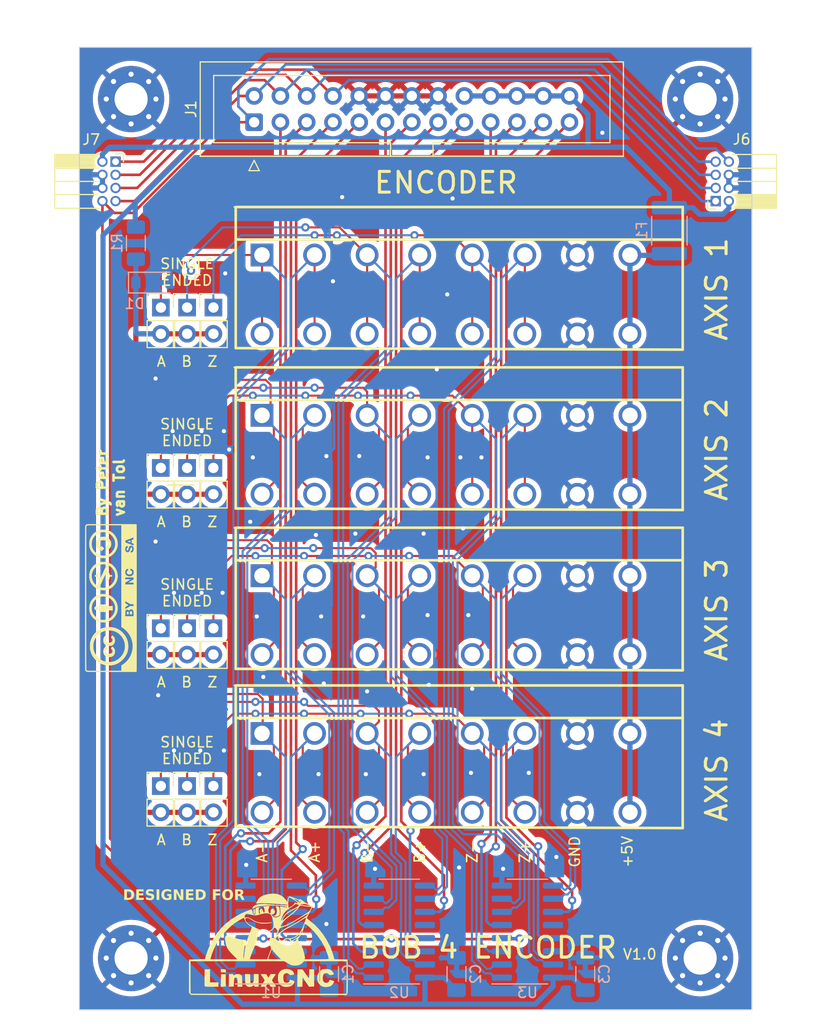
<source format=kicad_pcb>
(kicad_pcb (version 20221018) (generator pcbnew)
  (layers (0 "F.Cu" signal) (31 "B.Cu" signal) (34 "B.Paste" user) (35 "F.Paste" user) (36 "B.SilkS" user "B.Silkscreen") (37 "F.SilkS" user "F.Silkscreen") (38 "B.Mask" user) (39 "F.Mask" user) (44 "Edge.Cuts" user))
  (net 0 "")
  (net 1 "+5V")
  (net 2 "GND")
  (net 3 "5V_Fused")
  (net 4 "ENA")
  (net 5 "ENC1_A")
  (net 6 "ENC2_A")
  (net 7 "ENC3_A")
  (net 8 "ENC4_A")
  (net 9 "ENC1_B")
  (net 10 "ENC2_B")
  (net 11 "ENC3_B")
  (net 12 "ENC4_B")
  (net 13 "ENC1_Z")
  (net 14 "ENC2_Z")
  (net 15 "ENC3_Z")
  (net 16 "ENC4_Z")
  (net 17 "ENC1_A-")
  (net 18 "ENC1_A+")
  (net 19 "ENC2_A+")
  (net 20 "ENC2_A-")
  (net 21 "ENC3_A+")
  (net 22 "ENC3_A-")
  (net 24 "ENC4_A+")
  (net 25 "ENC4_A-")
  (net 26 "ENC1_B-")
  (net 27 "ENC1_B+")
  (net 28 "ENC2_B+")
  (net 29 "ENC2_B-")
  (net 30 "ENC3_B-")
  (net 31 "ENC3_B+")
  (net 33 "ENC4_B+")
  (net 34 "ENC4_B-")
  (net 35 "ENC1_Z-")
  (net 36 "ENC1_Z+")
  (net 37 "ENC2_Z+")
  (net 38 "ENC2_Z-")
  (net 39 "ENC3_Z-")
  (net 40 "ENC3_Z+")
  (net 42 "ENC4_Z+")
  (net 43 "ENC4_Z-")
  (net 44 "EXT1")
  (net 45 "EXT2")
  (net 46 "EXT3")
  (net 47 "EXT4")
  (net 48 "+2V5")
  (footprint "LOGO" (layer "F.Cu") (at 3.048 53.213 90)
    (fp_text reference "G***" hide)
    (fp_text value "LOGO" hide)
  )
  (footprint "AliExpress:CONN-TH_8P-P5.08_KF142V-5.08-8P" (layer "F.Cu") (at 35.433036 70.108945 180)
    (fp_text reference "J5" hide)
    (fp_text value "Screw_Terminal_01x08" hide)
  )
  (footprint "Connector_PinHeader_2.54mm:PinHeader_1x02_P2.54mm_Vertical" (layer "F.Cu") (at 10.419 25.141)
    (fp_text reference "JP2" hide)
    (fp_text value "Jumper_2_Open" hide)
  )
  (footprint "Connector_PinHeader_2.54mm:PinHeader_1x02_P2.54mm_Vertical" (layer "F.Cu") (at 7.874 40.64)
    (fp_text reference "JP7" hide)
    (fp_text value "Jumper_2_Open" hide)
  )
  (footprint "Connector_PinHeader_2.54mm:PinHeader_1x02_P2.54mm_Vertical" (layer "F.Cu") (at 7.879 25.146)
    (fp_text reference "JP1" hide)
    (fp_text value "Jumper_2_Open" hide)
  )
  (footprint "LOGO" (layer "F.Cu") (at 18.288 86.614)
    (fp_text reference "G***" hide)
    (fp_text value "LOGO" hide)
  )
  (footprint "AliExpress:CONN-TH_8P-P5.08_KF142V-5.08-8P" (layer "F.Cu") (at 35.433036 54.868945 180)
    (fp_text reference "J3" hide)
    (fp_text value "Screw_Terminal_01x08" hide)
  )
  (footprint "Connector_PinSocket_1.27mm:PinSocket_2x04_P1.27mm_Horizontal" (layer "F.Cu") (at 3.5 11.049)
    (fp_text reference "J7")
    (fp_text value "Conn_02x04_Odd_Even")
  )
  (footprint "Connector_PinHeader_2.54mm:PinHeader_1x02_P2.54mm_Vertical" (layer "F.Cu") (at 12.954 40.64)
    (fp_text reference "JP9" hide)
    (fp_text value "Jumper_2_Open" hide)
  )
  (footprint "Connector_PinHeader_2.54mm:PinHeader_1x02_P2.54mm_Vertical" (layer "F.Cu") (at 10.414 71.374)
    (fp_text reference "JP11" hide)
    (fp_text value "Jumper_2_Open" hide)
  )
  (footprint "Connector_PinHeader_2.54mm:PinHeader_1x02_P2.54mm_Vertical" (layer "F.Cu") (at 12.954 71.374)
    (fp_text reference "JP12" hide)
    (fp_text value "Jumper_2_Open" hide)
  )
  (footprint "Connector_PinSocket_1.27mm:PinSocket_2x04_P1.27mm_Horizontal" (layer "F.Cu") (at 61.5 14.859 180)
    (fp_text reference "J6")
    (fp_text value "Conn_02x04_Odd_Even")
  )
  (footprint "Connector_PinHeader_2.54mm:PinHeader_1x02_P2.54mm_Vertical" (layer "F.Cu") (at 12.959 25.141)
    (fp_text reference "JP3" hide)
    (fp_text value "Jumper_2_Open" hide)
  )
  (footprint "MountingHole:MountingHole_3.2mm_M3_Pad_Via" (layer "F.Cu") (at 60 88)
    (fp_text reference "H3" hide)
    (fp_text value "MountingHole_Pad")
  )
  (footprint "MountingHole:MountingHole_3.2mm_M3_Pad_Via" (layer "F.Cu") (at 5 5)
    (fp_text reference "H1" hide)
    (fp_text value "MountingHole_Pad" hide)
  )
  (footprint "Connector_PinHeader_2.54mm:PinHeader_1x02_P2.54mm_Vertical" (layer "F.Cu") (at 7.874 71.379)
    (fp_text reference "JP10" hide)
    (fp_text value "Jumper_2_Open" hide)
  )
  (footprint "MountingHole:MountingHole_3.2mm_M3_Pad_Via" (layer "F.Cu") (at 60 5)
    (fp_text reference "H4" hide)
    (fp_text value "MountingHole_Pad")
  )
  (footprint "AliExpress:CONN-TH_8P-P5.08_KF142V-5.08-8P" (layer "F.Cu") (at 35.433036 23.880945 180)
    (fp_text reference "J2" hide)
    (fp_text value "Screw_Terminal_01x08" hide)
  )
  (footprint "AliExpress:CONN-TH_8P-P5.08_KF142V-5.08-8P" (layer "F.Cu") (at 35.433036 39.374945 180)
    (fp_text reference "J4" hide)
    (fp_text value "Screw_Terminal_01x08" hide)
  )
  (footprint "MountingHole:MountingHole_3.2mm_M3_Pad_Via" (layer "F.Cu") (at 5 88)
    (fp_text reference "H2" hide)
    (fp_text value "MountingHole_Pad" hide)
  )
  (footprint "Connector_PinHeader_2.54mm:PinHeader_1x02_P2.54mm_Vertical" (layer "F.Cu") (at 7.874 56.139)
    (fp_text reference "JP4" hide)
    (fp_text value "Jumper_2_Open" hide)
  )
  (footprint "Connector_PinHeader_2.54mm:PinHeader_1x02_P2.54mm_Vertical" (layer "F.Cu") (at 10.414 56.134)
    (fp_text reference "JP5" hide)
    (fp_text value "Jumper_2_Open" hide)
  )
  (footprint "Connector_IDC:IDC-Header_2x13_P2.54mm_Vertical" (layer "F.Cu") (at 16.891 7.239 90)
    (fp_text reference "J1")
    (fp_text value "Conn_02x13_Odd_Even")
  )
  (footprint "Connector_PinHeader_2.54mm:PinHeader_1x02_P2.54mm_Vertical" (layer "F.Cu") (at 10.414 40.64)
    (fp_text reference "JP8" hide)
    (fp_text value "Jumper_2_Open" hide)
  )
  (footprint "Connector_PinHeader_2.54mm:PinHeader_1x02_P2.54mm_Vertical" (layer "F.Cu") (at 12.954 56.134)
    (fp_text reference "JP6" hide)
    (fp_text value "Jumper_2_Open" hide)
  )
  (footprint "Package_SO:SOIC-16_3.9x9.9mm_P1.27mm" (layer "B.Cu") (at 30.923 85.4413)
    (fp_text reference "U2")
    (fp_text value "AM26LV32xD")
  )
  (footprint "Package_SO:SOIC-16_3.9x9.9mm_P1.27mm" (layer "B.Cu") (at 43.307 85.4413)
    (fp_text reference "U3")
    (fp_text value "AM26LV32xD")
  )
  (footprint "Capacitor_SMD:C_1206_3216Metric_Pad1.33x1.80mm_HandSolder" (layer "B.Cu") (at 48.895 89.535 90)
    (fp_text reference "C3")
    (fp_text value "0.1uF")
  )
  (footprint "Package_SO:SOIC-16_3.9x9.9mm_P1.27mm" (layer "B.Cu") (at 18.542 85.4413)
    (fp_text reference "U1")
    (fp_text value "AM26LV32xD")
  )
  (footprint "Diode_SMD:D_SOD-123" (layer "B.Cu") (at 7.111 22.733)
    (fp_text reference "D1")
    (fp_text value "MMSZ5222BT1G")
  )
  (footprint "Resistor_SMD:R_1206_3216Metric_Pad1.30x1.75mm_HandSolder" (layer "B.Cu") (at 5.461 18.923 -90)
    (fp_text reference "R1")
    (fp_text value "R")
  )
  (footprint "Resistor_SMD:R_1812_4532Metric_Pad1.30x3.40mm_HandSolder" (layer "B.Cu") (at 57.023 17.719 -90)
    (fp_text reference "F1")
    (fp_text value "Polyfuse_Small")
  )
  (footprint "Capacitor_SMD:C_1206_3216Metric_Pad1.33x1.80mm_HandSolder" (layer "B.Cu") (at 36.449 89.535 90)
    (fp_text reference "C2")
    (fp_text value "0.1uF")
  )
  (footprint "Capacitor_SMD:C_1206_3216Metric_Pad1.33x1.80mm_HandSolder" (layer "B.Cu") (at 24.13 89.535 90)
    (fp_text reference "C1")
    (fp_text value "0.1uF")
  )
  (gr_line (start 8.509 42.291) (end 11.049 42.291) (stroke (width 0.15)) (layer "F.SilkS"))
  (gr_rect (start 0 0) (end 65 93) (stroke (width 0.1)) (fill none) (layer "Edge.Cuts"))
  (gr_text "By Peter \nvan Tol" (at 3.048 45.466 90) (layer "F.SilkS") (effects (font (size 1 1) (thickness 0.25)) (justify left)))
  (gr_text "A  B  Z" (at 10.419 30.353) (layer "F.SilkS") (effects (font (size 1 1))))
  (gr_text "AXIS 1" (at 61.595 23.368 90) (layer "F.SilkS") (effects (font (size 2 2) (thickness 0.3))))
  (gr_text "V1.0" (at 52.451 87.63) (layer "F.SilkS") (effects (font (size 1 1)) (justify left)))
  (gr_text "SINGLE\nENDED" (at 10.414 67.945) (layer "F.SilkS") (effects (font (size 1 1))))
  (gr_text "Z-" (at 37.973 77.724 90) (layer "F.SilkS") (effects (font (size 1 1))))
  (gr_text "SINGLE\nENDED" (at 10.419 21.717) (layer "F.SilkS") (effects (font (size 1 1))))
  (gr_text "AXIS 3" (at 61.595 54.356 90) (layer "F.SilkS") (effects (font (size 2 2) (thickness 0.3))))
  (gr_text "AXIS 2" (at 61.595 38.862 90) (layer "F.SilkS") (effects (font (size 2 2) (thickness 0.3))))
  (gr_text "A-" (at 17.653 77.724 90) (layer "F.SilkS") (effects (font (size 1 1))))
  (gr_text "ENCODER" (at 35.433 13.081) (layer "F.SilkS") (effects (font (size 2 2) (thickness 0.3))))
  (gr_text "DESIGNED FOR" (at 16.002 82.55) (layer "F.SilkS") (effects (font (size 1 1) (thickness 0.2) bold) (justify right bottom)))
  (gr_text "BOB 4 ENCODER" (at 39.497 86.995) (layer "F.SilkS") (effects (font (size 2 2) (thickness 0.3))))
  (gr_text "A  B  Z" (at 10.414 76.581) (layer "F.SilkS") (effects (font (size 1 1))))
  (gr_text "B-" (at 27.813 77.724 90) (layer "F.SilkS") (effects (font (size 1 1))))
  (gr_text "AXIS 4" (at 61.595 69.85 90) (layer "F.SilkS") (effects (font (size 2 2) (thickness 0.3))))
  (gr_text "+5V" (at 52.959 77.724 90) (layer "F.SilkS") (effects (font (size 1 1))))
  (gr_text "SINGLE\nENDED" (at 10.414 52.705) (layer "F.SilkS") (effects (font (size 1 1))))
  (gr_text "Z+" (at 43.053 77.724 90) (layer "F.SilkS") (effects (font (size 1 1))))
  (gr_text "A  B  Z" (at 10.414 61.341) (layer "F.SilkS") (effects (font (size 1 1))))
  (gr_text "A  B  Z" (at 10.409 45.852) (layer "F.SilkS") (effects (font (size 1 1))))
  (gr_text "B+" (at 32.893 77.724 90) (layer "F.SilkS") (effects (font (size 1 1))))
  (gr_text "GND" (at 47.879 77.724 90) (layer "F.SilkS") (effects (font (size 1 1))))
  (gr_text "SINGLE\nENDED" (at 10.409 37.216) (layer "F.SilkS") (effects (font (size 1 1))))
  (gr_text "A+" (at 22.733 77.724 90) (layer "F.SilkS") (effects (font (size 1 1))))
  (segment (start 33.398 89.8863) (end 35.2998 89.8863) (width 0.5) (layer "B.Cu") (net 1))
  (segment (start 10.795 9.652) (end 16.129 9.652) (width 0.5) (layer "B.Cu") (net 1))
  (segment (start 47.371 4.699) (end 49.149 6.477) (width 0.5) (layer "B.Cu") (net 1))
  (segment (start 35.2998 89.9483) (end 36.449 91.0975) (width 0.5) (layer "B.Cu") (net 1))
  (segment (start 2.23 10.341894) (end 2.23 11.049) (width 0.5) (layer "B.Cu") (net 1))
  (segment (start 44.069 92.456) (end 33.401 92.456) (width 0.5) (layer "B.Cu") (net 1))
  (segment (start 59.944 16.129) (end 62.207106 16.129) (width 0.5) (layer "B.Cu") (net 1))
  (segment (start 52.832 9.652) (end 57.023 13.843) (width 0.5) (layer "B.Cu") (net 1))
  (segment (start 5.3975 15.0495) (end 10.795 9.652) (width 0.5) (layer "B.Cu") (net 1))
  (segment (start 47.371 4.699) (end 37.211 4.699) (width 0.5) (layer "B.Cu") (net 1))
  (segment (start 2.919894 9.652) (end 2.23 10.341894) (width 0.5) (layer "B.Cu") (net 1))
  (segment (start 21.082 92.456) (end 15.748 92.456) (width 0.5) (layer "B.Cu") (net 1))
  (segment (start 21.082 89.9513) (end 21.017 89.8863) (width 0.5) (layer "B.Cu") (net 1))
  (segment (start 2.286 18.161) (end 5.3975 15.0495) (width 0.5) (layer "B.Cu") (net 1))
  (segment (start 59.309 15.494) (end 59.944 16.129) (width 0.5) (layer "B.Cu") (net 1))
  (segment (start 12.192 9.652) (end 2.919894 9.652) (width 0.5) (layer "B.Cu") (net 1))
  (segment (start 35.2998 89.8863) (end 35.2998 89.9483) (width 0.5) (layer "B.Cu") (net 1))
  (segment (start 15.748 92.456) (end 2.286 78.994) (width 0.5) (layer "B.Cu") (net 1))
  (segment (start 45.782 90.743) (end 45.782 89.8863) (width 0.5) (layer "B.Cu") (net 1))
  (segment (start 21.082 92.456) (end 21.082 89.9513) (width 0.5) (layer "B.Cu") (net 1))
  (segment (start 49.149 6.477) (end 49.149 9.652) (width 0.5) (layer "B.Cu") (net 1))
  (segment (start 5.3975 17.3095) (end 5.461 17.373) (width 0.5) (layer "B.Cu") (net 1))
  (segment (start 22.9188 89.8863) (end 23.749 90.7165) (width 0.5) (layer "B.Cu") (net 1))
  (segment (start 5.3975 15.0495) (end 5.3975 17.3095) (width 0.5) (layer "B.Cu") (net 1))
  (segment (start 62.77 15.566106) (end 62.77 14.859) (width 0.5) (layer "B.Cu") (net 1))
  (segment (start 57.023 13.843) (end 57.023 15.494) (width 0.5) (layer "B.Cu") (net 1))
  (segment (start 47.6838 89.8863) (end 45.782 89.8863) (width 0.5) (layer "B.Cu") (net 1))
  (segment (start 33.401 92.456) (end 33.401 89.919) (width 0.5) (layer "B.Cu") (net 1))
  (segment (start 49.149 9.652) (end 52.832 9.652) (width 0.5) (layer "B.Cu") (net 1))
  (segment (start 48.895 91.0975) (end 47.6838 89.8863) (width 0.5) (layer "B.Cu") (net 1))
  (segment (start 62.207106 16.129) (end 62.77 15.566106) (width 0.5) (layer "B.Cu") (net 1))
  (segment (start 21.017 89.8863) (end 22.9188 89.8863) (width 0.5) (layer "B.Cu") (net 1))
  (segment (start 57.023 15.494) (end 59.309 15.494) (width 0.5) (layer "B.Cu") (net 1))
  (segment (start 45.847 89.9513) (end 45.782 89.8863) (width 0.5) (layer "B.Cu") (net 1))
  (segment (start 12.192 9.652) (end 49.022 9.652) (width 0.5) (layer "B.Cu") (net 1))
  (segment (start 33.463 89.9513) (end 33.398 89.8863) (width 0.5) (layer "B.Cu") (net 1))
  (segment (start 2.286 78.994) (end 2.286 18.161) (width 0.5) (layer "B.Cu") (net 1))
  (segment (start 44.069 92.456) (end 45.782 90.743) (width 0.5) (layer "B.Cu") (net 1))
  (segment (start 33.274 92.456) (end 21.082 92.456) (width 0.5) (layer "B.Cu") (net 1))
  (segment (start 34.671 4.699) (end 27.051 4.699) (width 0.5) (layer "F.Cu") (net 2))
  (via (at 24.511 22.606) (size 0.8) (drill 0.4) (layers "F.Cu" "B.Cu") (net 2))
  (via (at 23.622 61.468) (size 0.8) (drill 0.4) (layers "F.Cu" "B.Cu") (net 2))
  (via (at 7.62 62.611) (size 0.8) (drill 0.4) (layers "F.Cu" "B.Cu") (net 2))
  (via (at 50.546 8.255) (size 0.8) (drill 0.4) (layers "F.Cu" "B.Cu") (net 2))
  (via (at 17.78 60.833) (size 0.8) (drill 0.4) (layers "F.Cu" "B.Cu") (net 2))
  (via (at 11.811 52.705) (size 0.8) (drill 0.4) (layers "F.Cu" "B.Cu") (net 2))
  (via (at 25.4 14.478) (size 0.8) (drill 0.4) (layers "F.Cu" "B.Cu") (net 2))
  (via (at 9.017 37.084) (size 0.8) (drill 0.4) (layers "F.Cu" "B.Cu") (net 2))
  (via (at 33.274 70.231) (size 0.8) (drill 0.4) (layers "F.Cu" "B.Cu") (net 2))
  (via (at 27.686 70.231) (size 0.8) (drill 0.4) (layers "F.Cu" "B.Cu") (net 2))
  (via (at 27.432 54.991) (size 0.8) (drill 0.4) (layers "F.Cu" "B.Cu") (net 2))
  (via (at 23.114 70.231) (size 0.8) (drill 0.4) (layers "F.Cu" "B.Cu") (net 2))
  (via (at 36.703 79.248) (size 0.8) (drill 0.4) (layers "F.Cu" "B.Cu") (net 2))
  (via (at 46.101 78.232) (size 0.8) (drill 0.4) (layers "F.Cu" "B.Cu") (net 2))
  (via (at 16.764 39.624) (size 0.8) (drill 0.4) (layers "F.Cu" "B.Cu") (net 2))
  (via (at 22.86 47.117) (size 0.8) (drill 0.4) (layers "F.Cu" "B.Cu") (net 2))
  (via (at 33.782 61.595) (size 0.8) (drill 0.4) (layers "F.Cu" "B.Cu") (net 2))
  (via (at 26.67 46.99) (size 0.8) (drill 0.4) (layers "F.Cu" "B.Cu") (net 2))
  (via (at 37.846 70.104) (size 0.8) (drill 0.4) (layers "F.Cu" "B.Cu") (net 2))
  (via (at 9.144 67.945) (size 0.8) (drill 0.4) (layers "F.Cu" "B.Cu") (net 2))
  (via (at 11.811 37.084) (size 0.8) (drill 0.4) (layers "F.Cu" "B.Cu") (net 2))
  (via (at 13.843 52.705) (size 0.8) (drill 0.4) (layers "F.Cu" "B.Cu") (net 2))
  (via (at 28.575 79.375) (size 0.8) (drill 0.4) (layers "F.Cu" "B.Cu") (net 2))
  (via (at 23.368 54.991) (size 0.8) (drill 0.4) (layers "F.Cu" "B.Cu") (net 2))
  (via (at 38.862 39.624) (size 0.8) (drill 0.4) (layers "F.Cu" "B.Cu") (net 2))
  (via (at 17.145 54.991) (size 0.8) (drill 0.4) (layers "F.Cu" "B.Cu") (net 2))
  (via (at 35.56 23.876) (size 0.8) (drill 0.4) (layers "F.Cu" "B.Cu") (net 2))
  (via (at 37.973 61.976) (size 0.8) (drill 0.4) (layers "F.Cu" "B.Cu") (net 2))
  (via (at 23.876 84.709) (size 0.8) (drill 0.4) (layers "F.Cu" "B.Cu") (net 2))
  (via (at 7.366 32.004) (size 0.8) (drill 0.4) (layers "F.Cu" "B.Cu") (net 2))
  (via (at 33.655 39.624) (size 0.8) (drill 0.4) (layers "F.Cu" "B.Cu") (net 2))
  (via (at 37.592 54.864) (size 0.8) (drill 0.4) (layers "F.Cu" "B.Cu") (net 2))
  (via (at 33.655 54.864) (size 0.8) (drill 0.4) (layers "F.Cu" "B.Cu") (net 2))
  (via (at 14.097 21.844) (size 0.8) (drill 0.4) (layers "F.Cu" "B.Cu") (net 2))
  (via (at 7.366 47.752) (size 0.8) (drill 0.4) (layers "F.Cu" "B.Cu") (net 2))
  (via (at 33.274 46.99) (size 0.8) (drill 0.4) (layers "F.Cu" "B.Cu") (net 2))
  (via (at 36.068 14.605) (size 0.8) (drill 0.4) (layers "F.Cu" "B.Cu") (net 2))
  (via (at 27.813 62.23) (size 0.8) (drill 0.4) (layers "F.Cu" "B.Cu") (net 2))
  (via (at 27.051 39.497) (size 0.8) (drill 0.4) (layers "F.Cu" "B.Cu") (net 2))
  (via (at 36.83 39.624) (size 0.8) (drill 0.4) (layers "F.Cu" "B.Cu") (net 2))
  (via (at 37.084 46.482) (size 0.8) (drill 0.4) (layers "F.Cu" "B.Cu") (net 2))
  (via (at 9.144 52.705) (size 0.8) (drill 0.4) (layers "F.Cu" "B.Cu") (net 2))
  (via (at 43.434 70.104) (size 0.8) (drill 0.4) (layers "F.Cu" "B.Cu") (net 2))
  (via (at 16.129 78.994) (size 0.8) (drill 0.4) (layers "F.Cu" "B.Cu") (net 2))
  (via (at 13.97 67.945) (size 0.8) (drill 0.4) (layers "F.Cu" "B.Cu") (net 2))
  (via (at 17.399 70.231) (size 0.8) (drill 0.4) (layers "F.Cu" "B.Cu") (net 2))
  (via (at 16.51 45.847) (size 0.8) (drill 0.4) (layers "F.Cu" "B.Cu") (net 2))
  (via (at 11.684 67.945) (size 0.8) (drill 0.4) (layers "F.Cu" "B.Cu") (net 2))
  (via (at 13.97 37.084) (size 0.8) (drill 0.4) (layers "F.Cu" "B.Cu") (net 2))
  (via (at 23.876 39.497) (size 0.8) (drill 0.4) (layers "F.Cu" "B.Cu") (net 2))
  (via (at 34.544 31.115) (size 0.8) (drill 0.4) (layers "F.Cu" "B.Cu") (net 2))
  (via (at 40.959 79.375) (size 0.8) (drill 0.4) (layers "F.Cu" "B.Cu") (net 2))
  (segment (start 24.622989 22.494011) (end 24.638 22.479) (width 0.25) (layer "B.Cu") (net 2))
  (segment (start 24.384 22.479) (end 24.511 22.606) (width 0.25) (layer "B.Cu") (net 2))
  (segment (start 34.544 45.72) (end 34.544 40.513) (width 0.25) (layer "B.Cu") (net 2))
  (segment (start 48.132989 35.704959) (end 48.133 35.704948) (width 0.508) (layer "B.Cu") (net 2))
  (segment (start 34.318031 55.527031) (end 33.655 54.864) (width 0.25) (layer "B.Cu") (net 2))
  (segment (start 25.4 14.478) (end 24.167 15.711) (width 0.25) (layer "B.Cu") (net 2))
  (segment (start 34.544 53.975) (end 34.544 48.26) (width 0.25) (layer "B.Cu") (net 2))
  (segment (start 33.274 46.99) (end 34.544 45.72) (width 0.25) (layer "B.Cu") (net 2))
  (segment (start 24.511 22.606) (end 24.622989 22.494011) (width 0.25) (layer "B.Cu") (net 2))
  (segment (start 33.782 61.595) (end 34.318031 61.058969) (width 0.25) (layer "B.Cu") (net 2))
  (segment (start 24.384 18.678305) (end 24.384 22.479) (width 0.25) (layer "B.Cu") (net 2))
  (segment (start 34.544 38.227) (end 34.544 31.115) (width 0.25) (layer "B.Cu") (net 2))
  (segment (start 24.167 15.711) (end 24.167 18.461305) (width 0.25) (layer "B.Cu") (net 2))
  (segment (start 24.167 18.461305) (end 24.384 18.678305) (width 0.25) (layer "B.Cu") (net 2))
  (segment (start 23.368 54.991) (end 24.384 53.975) (width 0.25) (layer "B.Cu") (net 2))
  (segment (start 23.876 39.497) (end 24.622989 38.750011) (width 0.25) (layer "B.Cu") (net 2))
  (segment (start 33.655 54.864) (end 34.544 53.975) (width 0.25) (layer "B.Cu") (net 2))
  (segment (start 34.544 40.513) (end 33.655 39.624) (width 0.25) (layer "B.Cu") (net 2))
  (segment (start 34.318031 61.058969) (end 34.318031 55.527031) (width 0.25) (layer "B.Cu") (net 2))
  (segment (start 34.544 48.26) (end 33.274 46.99) (width 0.25) (layer "B.Cu") (net 2))
  (segment (start 33.655 39.624) (end 34.544 38.735) (width 0.25) (layer "B.Cu") (net 2))
  (segment (start 24.622989 38.750011) (end 24.511 22.606) (width 0.25) (layer "B.Cu") (net 2))
  (segment (start 34.544 38.735) (end 34.544 38.227) (width 0.25) (layer "B.Cu") (net 2))
  (segment (start 24.384 53.975) (end 24.384 40.005) (width 0.25) (layer "B.Cu") (net 2))
  (segment (start 24.384 40.005) (end 23.876 39.497) (width 0.25) (layer "B.Cu") (net 2))
  (segment (start 48.13302 27.725339) (end 48.133 27.725319) (width 0.508) (layer "B.Cu") (net 2))
  (segment (start 53.213021 20.100253) (end 53.213031 20.100243) (width 0.25) (layer "B.Cu") (net 3))
  (segment (start 53.213021 73.918842) (end 53.213021 20.100253) (width 0.508) (layer "B.Cu") (net 3))
  (segment (start 57.023 20.092) (end 57.014757 20.100243) (width 0.25) (layer "B.Cu") (net 3))
  (segment (start 57.014757 20.100243) (end 53.213031 20.100243) (width 0.508) (layer "B.Cu") (net 3))
  (segment (start 11.6205 86.1695) (end 2.23 76.779) (width 0.25) (layer "F.Cu") (net 4))
  (segment (start 5.207 16.002) (end 13.97 7.239) (width 0.25) (layer "F.Cu") (net 4))
  (segment (start 26.253 86.1695) (end 30.0975 86.1695) (width 0.25) (layer "F.Cu") (net 4))
  (segment (start 17.8435 86.1695) (end 38.6715 86.1695) (width 0.25) (layer "F.Cu") (net 4))
  (segment (start 13.97 7.239) (end 16.891 7.239) (width 0.25) (layer "F.Cu") (net 4))
  (segment (start 2.23 14.859) (end 3.373 16.002) (width 0.25) (layer "F.Cu") (net 4))
  (segment (start 17.7165 86.1695) (end 11.6205 86.1695) (width 0.25) (layer "F.Cu") (net 4))
  (segment (start 38.637 86.1695) (end 42.4815 86.1695) (width 0.25) (layer "F.Cu") (net 4))
  (segment (start 2.23 76.779) (end 2.23 14.859) (width 0.25) (layer "F.Cu") (net 4))
  (segment (start 42.545 86.106) (end 42.6085 86.1695) (width 0.25) (layer "F.Cu") (net 4))
  (segment (start 16.891 7.493) (end 17.145 7.239) (width 0.25) (layer "F.Cu") (net 4))
  (segment (start 17.78 86.106) (end 17.8435 86.1695) (width 0.25) (layer "F.Cu") (net 4))
  (segment (start 17.78 86.106) (end 17.7165 86.1695) (width 0.25) (layer "F.Cu") (net 4))
  (segment (start 3.373 16.002) (end 5.207 16.002) (width 0.25) (layer "F.Cu") (net 4))
  (segment (start 42.4815 86.1695) (end 42.545 86.106) (width 0.25) (layer "F.Cu") (net 4))
  (segment (start 30.161 86.106) (end 30.2245 86.1695) (width 0.25) (layer "F.Cu") (net 4))
  (segment (start 30.0975 86.1695) (end 30.161 86.106) (width 0.25) (layer "F.Cu") (net 4))
  (via (at 30.161 86.106) (size 0.8) (drill 0.4) (layers "F.Cu" "B.Cu") (net 4))
  (via (at 17.78 86.106) (size 0.8) (drill 0.4) (layers "F.Cu" "B.Cu") (net 4))
  (via (at 42.545 86.106) (size 0.8) (drill 0.4) (layers "F.Cu" "B.Cu") (net 4))
  (segment (start 15.367 5.715) (end 15.367 4.064) (width 0.25) (layer "B.Cu") (net 4))
  (segment (start 15.367 4.064) (end 18.288 1.143) (width 0.25) (layer "B.Cu") (net 4))
  (segment (start 17.7503 86.0763) (end 17.78 86.106) (width 0.25) (layer "B.Cu") (net 4))
  (segment (start 28.448 86.0763) (end 30.1313 86.0763) (width 0.25) (layer "B.Cu") (net 4))
  (segment (start 40.832 86.0763) (end 42.5153 86.0763) (width 0.25) (layer "B.Cu") (net 4))
  (segment (start 61.5 9.779) (end 62.77 11.049) (width 0.25) (layer "B.Cu") (net 4))
  (segment (start 16.067 86.0763) (end 17.7503 86.0763) (width 0.25) (layer "B.Cu") (net 4))
  (segment (start 18.288 1.143) (end 51.054 1.143) (width 0.25) (layer "B.Cu") (net 4))
  (segment (start 59.69 9.779) (end 61.5 9.779) (width 0.25) (layer "B.Cu") (net 4))
  (segment (start 16.891 7.239) (end 15.367 5.715) (width 0.25) (layer "B.Cu") (net 4))
  (segment (start 42.5153 86.0763) (end 42.545 86.106) (width 0.25) (layer "B.Cu") (net 4))
  (segment (start 30.1313 86.0763) (end 30.161 86.106) (width 0.25) (layer "B.Cu") (net 4))
  (segment (start 51.054 1.143) (end 59.69 9.779) (width 0.25) (layer "B.Cu") (net 4))
  (segment (start 19.431 7.239) (end 19.431 74.803) (width 0.25) (layer "F.Cu") (net 5))
  (segment (start 18.288 75.946) (end 15.621 75.946) (width 0.25) (layer "F.Cu") (net 5))
  (segment (start 19.431 74.803) (end 18.288 75.946) (width 0.25) (layer "F.Cu") (net 5))
  (via (at 15.621 75.946) (size 0.8) (drill 0.4) (layers "F.Cu" "B.Cu") (net 5))
  (segment (start 14.097 77.216) (end 15.367 75.946) (width 0.25) (layer "B.Cu") (net 5))
  (segment (start 15.367 75.946) (end 15.621 75.946) (width 0.25) (layer "B.Cu") (net 5))
  (segment (start 16.067 87.3463) (end 14.8293 87.3463) (width 0.25) (layer "B.Cu") (net 5))
  (segment (start 14.8293 87.3463) (end 14.097 86.614) (width 0.25) (layer "B.Cu") (net 5))
  (segment (start 14.097 86.614) (end 14.097 77.216) (width 0.25) (layer "B.Cu") (net 5))
  (segment (start 19.939 9.271) (end 21.971 7.239) (width 0.25) (layer "F.Cu") (net 6))
  (segment (start 16.51 76.708) (end 18.796 76.708) (width 0.25) (layer "F.Cu") (net 6))
  (segment (start 18.796 76.708) (end 19.939 75.565) (width 0.25) (layer "F.Cu") (net 6))
  (segment (start 19.939 75.565) (end 19.939 9.271) (width 0.25) (layer "F.Cu") (net 6))
  (via (at 16.51 76.708) (size 0.8) (drill 0.4) (layers "F.Cu" "B.Cu") (net 6))
  (segment (start 14.9563 84.8063) (end 16.067 84.8063) (width 0.25) (layer "B.Cu") (net 6))
  (segment (start 14.605 84.455) (end 14.9563 84.8063) (width 0.25) (layer "B.Cu") (net 6))
  (segment (start 16.51 76.708) (end 15.494 76.708) (width 0.25) (layer "B.Cu") (net 6))
  (segment (start 14.605 77.597) (end 14.605 84.455) (width 0.25) (layer "B.Cu") (net 6))
  (segment (start 15.494 76.708) (end 14.605 77.597) (width 0.25) (layer "B.Cu") (net 6))
  (segment (start 20.447 77.597) (end 20.447 11.303) (width 0.25) (layer "F.Cu") (net 7))
  (segment (start 22.86 82.266309) (end 22.86 80.01) (width 0.25) (layer "F.Cu") (net 7))
  (segment (start 22.86 80.01) (end 20.447 77.597) (width 0.25) (layer "F.Cu") (net 7))
  (segment (start 22.893567 82.299876) (end 22.86 82.266309) (width 0.25) (layer "F.Cu") (net 7))
  (segment (start 20.447 11.303) (end 24.511 7.239) (width 0.25) (layer "F.Cu") (net 7))
  (via (at 22.893567 82.299876) (size 0.8) (drill 0.4) (layers "F.Cu" "B.Cu") (net 7))
  (segment (start 22.5087 83.5363) (end 21.017 83.5363) (width 0.25) (layer "B.Cu") (net 7))
  (segment (start 22.893567 82.299876) (end 22.893567 83.151433) (width 0.25) (layer "B.Cu") (net 7))
  (segment (start 22.893567 83.151433) (end 22.5087 83.5363) (width 0.25) (layer "B.Cu") (net 7))
  (segment (start 20.955 13.335) (end 27.051 7.239) (width 0.25) (layer "F.Cu") (net 8))
  (segment (start 21.59 77.47) (end 20.955 76.835) (width 0.25) (layer "F.Cu") (net 8))
  (segment (start 20.955 76.835) (end 20.955 13.335) (width 0.25) (layer "F.Cu") (net 8))
  (via (at 21.59 77.47) (size 0.8) (drill 0.4) (layers "F.Cu" "B.Cu") (net 8))
  (segment (start 19.573 85.74) (end 19.573 79.517) (width 0.25) (layer "B.Cu") (net 8))
  (segment (start 19.9093 86.0763) (end 19.812 85.979) (width 0.25) (layer "B.Cu") (net 8))
  (segment (start 19.812 85.979) (end 19.573 85.74) (width 0.25) (layer "B.Cu") (net 8))
  (segment (start 21.017 86.0763) (end 19.9093 86.0763) (width 0.25) (layer "B.Cu") (net 8))
  (segment (start 19.573 79.487) (end 21.59 77.47) (width 0.25) (layer "B.Cu") (net 8))
  (segment (start 21.59 77.47) (end 21.463 77.597) (width 0.25) (layer "B.Cu") (net 8))
  (segment (start 19.573 79.517) (end 19.573 79.487) (width 0.25) (layer "B.Cu") (net 8))
  (segment (start 29.591 74.295) (end 29.591 7.239) (width 0.25) (layer "F.Cu") (net 9))
  (segment (start 26.797 77.089) (end 29.591 74.295) (width 0.25) (layer "F.Cu") (net 9))
  (via (at 26.797 77.089) (size 0.8) (drill 0.4) (layers "F.Cu" "B.Cu") (net 9))
  (segment (start 28.448 87.3463) (end 27.2103 87.3463) (width 0.25) (layer "B.Cu") (net 9))
  (segment (start 27.2103 87.3463) (end 26.478 86.614) (width 0.25) (layer "B.Cu") (net 9))
  (segment (start 26.797 77.089) (end 26.478 77.47) (width 0.25) (layer "B.Cu") (net 9))
  (segment (start 27.74 87.3422) (end 28.415 87.3422) (width 0.2) (layer "B.Cu") (net 9))
  (segment (start 26.478 86.614) (end 26.478 77.408) (width 0.25) (layer "B.Cu") (net 9))
  (segment (start 26.478 77.408) (end 26.797 77.089) (width 0.25) (layer "B.Cu") (net 9))
  (segment (start 27.559 77.851) (end 30.099 75.311) (width 0.25) (layer "F.Cu") (net 10))
  (segment (start 30.099 75.311) (end 30.099 9.271) (width 0.25) (layer "F.Cu") (net 10))
  (segment (start 30.099 9.271) (end 32.131 7.239) (width 0.25) (layer "F.Cu") (net 10))
  (via (at 27.559 77.851) (size 0.8) (drill 0.4) (layers "F.Cu" "B.Cu") (net 10))
  (segment (start 26.986 84.455) (end 27.3373 84.8063) (width 0.25) (layer "B.Cu") (net 10))
  (segment (start 27.559 77.851) (end 26.986 78.424) (width 0.25) (layer "B.Cu") (net 10))
  (segment (start 27.432 77.851) (end 27.559 77.851) (width 0.25) (layer "B.Cu") (net 10))
  (segment (start 27.3373 84.8063) (end 28.448 84.8063) (width 0.25) (layer "B.Cu") (net 10))
  (segment (start 26.986 78.424) (end 26.986 84.455) (width 0.25) (layer "B.Cu") (net 10))
  (segment (start 35.241 82.423) (end 35.241 80.01) (width 0.25) (layer "F.Cu") (net 11))
  (segment (start 30.607 75.376) (end 30.607 11.303) (width 0.25) (layer "F.Cu") (net 11))
  (segment (start 35.241 80.01) (end 30.607 75.376) (width 0.25) (layer "F.Cu") (net 11))
  (segment (start 30.607 11.303) (end 34.671 7.239) (width 0.25) (layer "F.Cu") (net 11))
  (via (at 35.241 82.423) (size 0.8) (drill 0.4) (layers "F.Cu" "B.Cu") (net 11))
  (segment (start 34.8277 83.5363) (end 33.398 83.5363) (width 0.25) (layer "B.Cu") (net 11))
  (segment (start 35.241 82.423) (end 35.241 83.123) (width 0.25) (layer "B.Cu") (net 11))
  (segment (start 35.241 83.123) (end 34.8277 83.5363) (width 0.25) (layer "B.Cu") (net 11))
  (segment (start 31.115 13.335) (end 37.211 7.239) (width 0.25) (layer "F.Cu") (net 12))
  (segment (start 31.115 74.803) (end 31.115 13.335) (width 0.25) (layer "F.Cu") (net 12))
  (segment (start 32.004 75.692) (end 31.115 74.803) (width 0.25) (layer "F.Cu") (net 12))
  (via (at 32.004 75.692) (size 0.8) (drill 0.4) (layers "F.Cu" "B.Cu") (net 12))
  (segment (start 32.004 75.692) (end 32.004 75.819) (width 0.25) (layer "B.Cu") (net 12))
  (segment (start 31.954 85.74) (end 31.954 75.869) (width 0.25) (layer "B.Cu") (net 12))
  (segment (start 32.2903 86.0763) (end 31.954 85.74) (width 0.25) (layer "B.Cu") (net 12))
  (segment (start 31.954 75.869) (end 32.004 75.692) (width 0.25) (layer "B.Cu") (net 12))
  (segment (start 33.398 86.0763) (end 32.2903 86.0763) (width 0.25) (layer "B.Cu") (net 12))
  (segment (start 38.862 76.962) (end 39.751 76.073) (width 0.25) (layer "F.Cu") (net 13))
  (segment (start 39.751 76.073) (end 39.751 7.239) (width 0.25) (layer "F.Cu") (net 13))
  (via (at 38.862 76.962) (size 0.8) (drill 0.4) (layers "F.Cu" "B.Cu") (net 13))
  (segment (start 39.5943 87.3463) (end 38.862 86.614) (width 0.25) (layer "B.Cu") (net 13))
  (segment (start 38.862 79.248) (end 38.862 76.962) (width 0.25) (layer "B.Cu") (net 13))
  (segment (start 38.862 86.614) (end 38.862 79.248) (width 0.25) (layer "B.Cu") (net 13))
  (segment (start 40.832 87.3463) (end 39.5943 87.3463) (width 0.25) (layer "B.Cu") (net 13))
  (segment (start 40.124 87.3422) (end 40.799 87.3422) (width 0.2) (layer "B.Cu") (net 13))
  (segment (start 38.862 76.962) (end 38.862 77.343) (width 0.25) (layer "B.Cu") (net 13))
  (segment (start 40.259 9.271) (end 42.291 7.239) (width 0.25) (layer "F.Cu") (net 14))
  (segment (start 40.259 77.216) (end 40.259 9.271) (width 0.25) (layer "F.Cu") (net 14))
  (via (at 40.259 77.216) (size 0.8) (drill 0.4) (layers "F.Cu" "B.Cu") (net 14))
  (segment (start 40.259 77.216) (end 40.259 77.089) (width 0.25) (layer "B.Cu") (net 14))
  (segment (start 39.37 79.629) (end 39.37 77.978) (width 0.25) (layer "B.Cu") (net 14))
  (segment (start 40.259 77.089) (end 40.259 77.089) (width 0.25) (layer "B.Cu") (net 14))
  (segment (start 39.7213 84.8063) (end 40.832 84.8063) (width 0.25) (layer "B.Cu") (net 14))
  (segment (start 39.37 79.629) (end 39.37 84.455) (width 0.25) (layer "B.Cu") (net 14))
  (segment (start 40.132 77.216) (end 40.259 77.216) (width 0.25) (layer "B.Cu") (net 14))
  (segment (start 39.37 84.455) (end 39.7213 84.8063) (width 0.25) (layer "B.Cu") (net 14))
  (segment (start 39.37 77.978) (end 40.132 77.216) (width 0.25) (layer "B.Cu") (net 14))
  (segment (start 40.767 11.303) (end 44.831 7.239) (width 0.25) (layer "F.Cu") (net 15))
  (segment (start 47.625 81.534) (end 40.767 74.676) (width 0.25) (layer "F.Cu") (net 15))
  (segment (start 40.767 74.676) (end 40.767 11.303) (width 0.25) (layer "F.Cu") (net 15))
  (segment (start 47.625 82.423) (end 47.625 81.534) (width 0.25) (layer "F.Cu") (net 15))
  (via (at 47.625 82.423) (size 0.8) (drill 0.4) (layers "F.Cu" "B.Cu") (net 15))
  (segment (start 47.2737 83.5363) (end 45.782 83.5363) (width 0.25) (layer "B.Cu") (net 15))
  (segment (start 47.625 82.423) (end 47.625 83.185) (width 0.25) (layer "B.Cu") (net 15))
  (segment (start 47.625 83.185) (end 47.2737 83.5363) (width 0.25) (layer "B.Cu") (net 15))
  (segment (start 41.275 74.422) (end 41.275 13.335) (width 0.25) (layer "F.Cu") (net 16))
  (segment (start 44.050278 77.197278) (end 41.275 74.422) (width 0.25) (layer "F.Cu") (net 16))
  (segment (start 44.341722 77.197278) (end 44.050278 77.197278) (width 0.25) (layer "F.Cu") (net 16))
  (segment (start 41.275 13.335) (end 47.371 7.239) (width 0.25) (layer "F.Cu") (net 16))
  (via (at 44.341722 77.197278) (size 0.8) (drill 0.4) (layers "F.Cu" "B.Cu") (net 16))
  (segment (start 44.338 77.201) (end 44.338 85.74) (width 0.25) (layer "B.Cu") (net 16))
  (segment (start 44.338 85.74) (end 44.6743 86.0763) (width 0.25) (layer "B.Cu") (net 16))
  (segment (start 44.6743 86.0763) (end 45.782 86.0763) (width 0.25) (layer "B.Cu") (net 16))
  (segment (start 44.341722 77.197278) (end 44.338 77.201) (width 0.25) (layer "B.Cu") (net 16))
  (segment (start 17.653 27.715433) (end 17.653 20.095417) (width 0.2) (layer "F.Cu") (net 17))
  (segment (start 17.653 20.065984) (end 8.890016 20.065984) (width 0.2) (layer "F.Cu") (net 17))
  (segment (start 7.874 21.082) (end 7.874 24.892) (width 0.2) (layer "F.Cu") (net 17))
  (segment (start 8.890016 20.065984) (end 7.874 21.082) (width 0.2) (layer "F.Cu") (net 17))
  (via (at 14.478 38.862) (size 0.8) (drill 0.4) (layers "F.Cu" "B.Cu") (net 17))
  (segment (start 14.478 38.862) (end 14.888 39.272) (width 0.2) (layer "B.Cu") (net 17))
  (segment (start 17.653 20.065984) (end 19.968004 22.380989) (width 0.2) (layer "B.Cu") (net 17))
  (segment (start 14.213525 89.4763) (end 14.982 89.4763) (width 0.2) (layer "B.Cu") (net 17))
  (segment (start 13.208 88.470775) (end 14.213525 89.4763) (width 0.2) (layer "B.Cu") (net 17))
  (segment (start 14.888 74.7098) (end 13.208 76.3898) (width 0.2) (layer "B.Cu") (net 17))
  (segment (start 14.982 89.4763) (end 15.392 89.8863) (width 0.2) (layer "B.Cu") (net 17))
  (segment (start 15.392 89.8863) (end 16.067 89.8863) (width 0.2) (layer "B.Cu") (net 17))
  (segment (start 19.968004 28.735796) (end 14.888 33.8158) (width 0.2) (layer "B.Cu") (net 17))
  (segment (start 14.888 33.8158) (end 14.888 38.452) (width 0.2) (layer "B.Cu") (net 17))
  (segment (start 13.208 76.3898) (end 13.208 88.470775) (width 0.2) (layer "B.Cu") (net 17))
  (segment (start 19.968004 22.380989) (end 19.968004 28.735796) (width 0.2) (layer "B.Cu") (net 17))
  (segment (start 14.888 39.272) (end 14.888 74.7098) (width 0.2) (layer "B.Cu") (net 17))
  (segment (start 14.888 38.452) (end 14.478 38.862) (width 0.2) (layer "B.Cu") (net 17))
  (segment (start 22.73299 20.095417) (end 22.73299 27.701209) (width 0.2) (layer "F.Cu") (net 18))
  (segment (start 13.608 88.234375) (end 14.399925 89.0263) (width 0.2) (layer "B.Cu") (net 18))
  (segment (start 20.418006 28.922194) (end 15.338 34.0022) (width 0.2) (layer "B.Cu") (net 18))
  (segment (start 15.338 34.0022) (end 15.338 74.8962) (width 0.2) (layer "B.Cu") (net 18))
  (segment (start 15.969 88.7095) (end 15.294 88.7095) (width 0.2) (layer "B.Cu") (net 18))
  (segment (start 14.982 89.0263) (end 15.392 88.6163) (width 0.2) (layer "B.Cu") (net 18))
  (segment (start 20.418006 22.380989) (end 20.418006 28.922194) (width 0.2) (layer "B.Cu") (net 18))
  (segment (start 22.733011 20.065984) (end 20.418006 22.380989) (width 0.2) (layer "B.Cu") (net 18))
  (segment (start 13.608 76.6262) (end 13.608 88.234375) (width 0.2) (layer "B.Cu") (net 18))
  (segment (start 15.338 74.8962) (end 13.608 76.6262) (width 0.2) (layer "B.Cu") (net 18))
  (segment (start 14.399925 89.0263) (end 14.982 89.0263) (width 0.2) (layer "B.Cu") (net 18))
  (segment (start 15.392 88.6163) (end 16.067 88.6163) (width 0.2) (layer "B.Cu") (net 18))
  (segment (start 21.59 42.018007) (end 21.59 36.698133) (width 0.2) (layer "F.Cu") (net 19))
  (segment (start 22.732959 43.160966) (end 21.59 42.018007) (width 0.2) (layer "F.Cu") (net 19))
  (segment (start 21.59 36.698133) (end 22.732959 35.555174) (width 0.2) (layer "F.Cu") (net 19))
  (segment (start 18.259 82.3892) (end 17.5219 83.1263) (width 0.2) (layer "B.Cu") (net 19))
  (segment (start 16.227 48.8612) (end 16.227 74.7098) (width 0.2) (layer "B.Cu") (net 19))
  (segment (start 22.733011 35.559984) (end 20.418006 37.874989) (width 0.2) (layer "B.Cu") (net 19))
  (segment (start 17.5219 83.1263) (end 17.152 83.1263) (width 0.2) (layer "B.Cu") (net 19))
  (segment (start 20.418006 37.874989) (end 20.418006 44.670194) (width 0.2) (layer "B.Cu") (net 19))
  (segment (start 16.742 83.5363) (end 16.067 83.5363) (width 0.2) (layer "B.Cu") (net 19))
  (segment (start 16.227 74.7098) (end 18.259 76.7418) (width 0.2) (layer "B.Cu") (net 19))
  (segment (start 17.152 83.1263) (end 16.742 83.5363) (width 0.2) (layer "B.Cu") (net 19))
  (segment (start 15.392 83.5363) (end 16.067 83.5363) (width 0.2) (layer "B.Cu") (net 19))
  (segment (start 20.418006 44.670194) (end 16.227 48.8612) (width 0.2) (layer "B.Cu") (net 19))
  (segment (start 18.259 76.7418) (end 18.259 82.3892) (width 0.2) (layer "B.Cu") (net 19))
  (segment (start 17.652969 43.17519) (end 18.796 42.032159) (width 0.2) (layer "F.Cu") (net 20))
  (segment (start 18.796 42.032159) (end 18.796 36.698205) (width 0.2) (layer "F.Cu") (net 20))
  (segment (start 18.48 32.60305) (end 18.00795 32.131) (width 0.2) (layer "F.Cu") (net 20))
  (segment (start 17.653 35.559984) (end 18.48 34.732984) (width 0.2) (layer "F.Cu") (net 20))
  (segment (start 7.874 35.179) (end 7.874 40.64) (width 0.2) (layer "F.Cu") (net 20))
  (segment (start 18.48 34.732984) (end 18.48 32.60305) (width 0.2) (layer "F.Cu") (net 20))
  (segment (start 18.00795 32.131) (end 10.922 32.131) (width 0.2) (layer "F.Cu") (net 20))
  (segment (start 10.922 32.131) (end 7.874 35.179) (width 0.2) (layer "F.Cu") (net 20))
  (segment (start 18.796 36.698205) (end 17.652969 35.555174) (width 0.2) (layer "F.Cu") (net 20))
  (segment (start 17.809 76.9282) (end 17.809 82.2028) (width 0.2) (layer "B.Cu") (net 20))
  (segment (start 17.3355 82.6763) (end 17.152 82.6763) (width 0.2) (layer "B.Cu") (net 20))
  (segment (start 19.968004 44.483796) (end 15.777 48.6748) (width 0.2) (layer "B.Cu") (net 20))
  (segment (start 15.392 82.2663) (end 16.067 82.2663) (width 0.2) (layer "B.Cu") (net 20))
  (segment (start 17.152 82.6763) (end 16.742 82.2663) (width 0.2) (layer "B.Cu") (net 20))
  (segment (start 17.809 82.2028) (end 17.3355 82.6763) (width 0.2) (layer "B.Cu") (net 20))
  (segment (start 15.777 74.8962) (end 17.809 76.9282) (width 0.2) (layer "B.Cu") (net 20))
  (segment (start 16.742 82.2663) (end 16.067 82.2663) (width 0.2) (layer "B.Cu") (net 20))
  (segment (start 17.653 35.559984) (end 19.968004 37.874989) (width 0.2) (layer "B.Cu") (net 20))
  (segment (start 19.968004 37.874989) (end 19.968004 44.483796) (width 0.2) (layer "B.Cu") (net 20))
  (segment (start 15.777 48.6748) (end 15.777 74.8962) (width 0.2) (layer "B.Cu") (net 20))
  (segment (start 22.73297 58.649886) (end 21.59 57.506916) (width 0.2) (layer "F.Cu") (net 21))
  (segment (start 21.59 57.506916) (end 21.59 52.187064) (width 0.2) (layer "F.Cu") (net 21))
  (segment (start 21.59 52.187064) (end 22.73297 51.044094) (width 0.2) (layer "F.Cu") (net 21))
  (segment (start 20.418006 53.368989) (end 20.418006 60.104806) (width 0.2) (layer "B.Cu") (net 21))
  (segment (start 22.3479 81.8563) (end 22.102 81.8563) (width 0.2) (layer "B.Cu") (net 21))
  (segment (start 24.609 79.5952) (end 22.3479 81.8563) (width 0.2) (layer "B.Cu") (net 21))
  (segment (start 22.102 81.8563) (end 21.692 82.2663) (width 0.2) (layer "B.Cu") (net 21))
  (segment (start 20.418006 60.104806) (end 24.609 64.2958) (width 0.2) (layer "B.Cu") (net 21))
  (segment (start 24.609 64.2958) (end 24.609 79.5952) (width 0.2) (layer "B.Cu") (net 21))
  (segment (start 22.733011 51.053984) (end 20.418006 53.368989) (width 0.2) (layer "B.Cu") (net 21))
  (segment (start 21.692 82.2663) (end 21.017 82.2663) (width 0.2) (layer "B.Cu") (net 21))
  (segment (start 17.65298 58.66411) (end 18.796 57.52109) (width 0.2) (layer "F.Cu") (net 22))
  (segment (start 18.13495 47.625) (end 11.303 47.625) (width 0.2) (layer "F.Cu") (net 22))
  (segment (start 18.796 52.187114) (end 17.65298 51.044094) (width 0.2) (layer "F.Cu") (net 22))
  (segment (start 18.607 50.099984) (end 18.607 48.09705) (width 0.2) (layer "F.Cu") (net 22))
  (segment (start 18.796 57.52109) (end 18.796 52.187114) (width 0.2) (layer "F.Cu") (net 22))
  (segment (start 17.653 51.053984) (end 18.607 50.099984) (width 0.2) (layer "F.Cu") (net 22))
  (segment (start 18.607 48.09705) (end 18.13495 47.625) (width 0.2) (layer "F.Cu") (net 22))
  (segment (start 7.874 51.054) (end 7.874 56.139) (width 0.2) (layer "F.Cu") (net 22))
  (segment (start 11.303 47.625) (end 7.874 51.054) (width 0.2) (layer "F.Cu") (net 22))
  (segment (start 21.692 80.9963) (end 21.017 80.9963) (width 0.2) (layer "B.Cu") (net 22))
  (segment (start 19.968004 53.368989) (end 19.968004 60.291204) (width 0.2) (layer "B.Cu") (net 22))
  (segment (start 17.653 51.053984) (end 19.968004 53.368989) (width 0.2) (layer "B.Cu") (net 22))
  (segment (start 19.968004 60.291204) (end 24.159 64.4822) (width 0.2) (layer "B.Cu") (net 22))
  (segment (start 22.102 81.4063) (end 21.692 80.9963) (width 0.2) (layer "B.Cu") (net 22))
  (segment (start 24.159 79.4088) (end 22.1615 81.4063) (width 0.2) (layer "B.Cu") (net 22))
  (segment (start 24.159 64.4822) (end 24.159 79.4088) (width 0.2) (layer "B.Cu") (net 22))
  (segment (start 22.1615 81.4063) (end 22.102 81.4063) (width 0.2) (layer "B.Cu") (net 22))
  (segment (start 21.59 72.756812) (end 21.59 67.43698) (width 0.2) (layer "F.Cu") (net 24))
  (segment (start 22.73298 73.899792) (end 21.59 72.756812) (width 0.2) (layer "F.Cu") (net 24))
  (segment (start 21.59 67.43698) (end 22.73298 66.294) (width 0.2) (layer "F.Cu") (net 24))
  (segment (start 19.6215 87.7563) (end 19.148 87.2828) (width 0.2) (layer "B.Cu") (net 24))
  (segment (start 20.418006 75.531194) (end 20.418006 68.608989) (width 0.2) (layer "B.Cu") (net 24))
  (segment (start 19.148 87.2828) (end 19.148 76.8012) (width 0.2) (layer "B.Cu") (net 24))
  (segment (start 20.342 87.3463) (end 19.932 87.7563) (width 0.2) (layer "B.Cu") (net 24))
  (segment (start 20.418006 68.608989) (end 22.733011 66.293984) (width 0.2) (layer "B.Cu") (net 24))
  (segment (start 19.148 76.8012) (end 20.418006 75.531194) (width 0.2) (layer "B.Cu") (net 24))
  (segment (start 19.932 87.7563) (end 19.6215 87.7563) (width 0.2) (layer "B.Cu") (net 24))
  (segment (start 17.65299 73.914016) (end 18.796 72.771006) (width 0.2) (layer "F.Cu") (net 25))
  (segment (start 17.718 66.228984) (end 17.718 62.95605) (width 0.2) (layer "F.Cu") (net 25))
  (segment (start 18.796 67.43701) (end 17.65299 66.294) (width 0.2) (layer "F.Cu") (net 25))
  (segment (start 11.684 62.484) (end 7.874 66.294) (width 0.2) (layer "F.Cu") (net 25))
  (segment (start 17.24595 62.484) (end 11.684 62.484) (width 0.2) (layer "F.Cu") (net 25))
  (segment (start 7.874 66.294) (end 7.874 71.379) (width 0.2) (layer "F.Cu") (net 25))
  (segment (start 18.796 72.771006) (end 18.796 67.43701) (width 0.2) (layer "F.Cu") (net 25))
  (segment (start 17.653 66.293984) (end 17.718 66.228984) (width 0.2) (layer "F.Cu") (net 25))
  (segment (start 17.718 62.95605) (end 17.24595 62.484) (width 0.2) (layer "F.Cu") (net 25))
  (segment (start 19.968004 75.344796) (end 19.968004 68.608989) (width 0.2) (layer "B.Cu") (net 25))
  (segment (start 19.968004 68.608989) (end 17.653 66.293984) (width 0.2) (layer "B.Cu") (net 25))
  (segment (start 18.698 76.6148) (end 19.968004 75.344796) (width 0.2) (layer "B.Cu") (net 25))
  (segment (start 19.4351 88.2063) (end 18.698 87.4692) (width 0.2) (layer "B.Cu") (net 25))
  (segment (start 18.698 87.4692) (end 18.698 76.6148) (width 0.2) (layer "B.Cu") (net 25))
  (segment (start 19.932 88.2063) (end 19.4351 88.2063) (width 0.2) (layer "B.Cu") (net 25))
  (segment (start 20.342 88.6163) (end 19.932 88.2063) (width 0.2) (layer "B.Cu") (net 25))
  (segment (start 25.146037 17.399) (end 24.511 17.399) (width 0.2) (layer "F.Cu") (net 26))
  (segment (start 24.511 17.399) (end 21.844 17.399) (width 0.2) (layer "F.Cu") (net 26))
  (segment (start 21.844 17.399) (end 21.971 17.399) (width 0.2) (layer "F.Cu") (net 26))
  (segment (start 27.813 27.715433) (end 27.813 20.095417) (width 0.2) (layer "F.Cu") (net 26))
  (segment (start 27.813021 20.065984) (end 25.146037 17.399) (width 0.2) (layer "F.Cu") (net 26))
  (via (at 10.795 21.59) (size 0.8) (drill 0.4) (layers "F.Cu" "B.Cu") (net 26))
  (via (at 21.844 17.399) (size 0.8) (drill 0.4) (layers "F.Cu" "B.Cu") (net 26))
  (segment (start 26.8011 89.4763) (end 25.556 88.2312) (width 0.2) (layer "B.Cu") (net 26))
  (segment (start 25.047989 33.815816) (end 30.127993 28.735812) (width 0.2) (layer "B.Cu") (net 26))
  (segment (start 28.448 89.8863) (end 27.773 89.8863) (width 0.2) (layer "B.Cu") (net 26))
  (segment (start 30.127993 22.381005) (end 27.812989 20.066) (width 0.2) (layer "B.Cu") (net 26))
  (segment (start 13.843 17.399) (end 10.414 20.828) (width 0.2) (layer "B.Cu") (net 26))
  (segment (start 25.556 75.9122) (end 25.048 75.4042) (width 0.2) (layer "B.Cu") (net 26))
  (segment (start 30.127993 28.735812) (end 30.127993 22.381005) (width 0.2) (layer "B.Cu") (net 26))
  (segment (start 25.556 88.2312) (end 25.556 75.9122) (width 0.2) (layer "B.Cu") (net 26))
  (segment (start 25.048 72.009) (end 25.047989 72.008989) (width 0.2) (layer "B.Cu") (net 26))
  (segment (start 10.795 21.59) (end 10.414 21.971) (width 0.2) (layer "B.Cu") (net 26))
  (segment (start 27.773 89.8863) (end 27.363 89.4763) (width 0.2) (layer "B.Cu") (net 26))
  (segment (start 10.414 21.209) (end 10.795 21.59) (width 0.2) (layer "B.Cu") (net 26))
  (segment (start 10.414 20.828) (end 10.414 21.209) (width 0.2) (layer "B.Cu") (net 26))
  (segment (start 10.414 21.971) (end 10.414 24.887) (width 0.2) (layer "B.Cu") (net 26))
  (segment (start 25.048 75.4042) (end 25.048 72.009) (width 0.2) (layer "B.Cu") (net 26))
  (segment (start 27.363 89.4763) (end 26.8011 89.4763) (width 0.2) (layer "B.Cu") (net 26))
  (segment (start 21.844 17.399) (end 13.843 17.399) (width 0.2) (layer "B.Cu") (net 26))
  (segment (start 25.047989 72.008989) (end 25.047989 33.815816) (width 0.2) (layer "B.Cu") (net 26))
  (segment (start 32.89299 20.095417) (end 32.89299 27.701209) (width 0.2) (layer "F.Cu") (net 27))
  (segment (start 26.006 75.7258) (end 25.498 75.2178) (width 0.2) (layer "B.Cu") (net 27))
  (segment (start 28.35 88.7095) (end 27.675 88.7095) (width 0.2) (layer "B.Cu") (net 27))
  (segment (start 26.9875 89.0263) (end 26.006 88.0448) (width 0.2) (layer "B.Cu") (net 27))
  (segment (start 25.497989 72.008989) (end 25.497989 34.002216) (width 0.2) (layer "B.Cu") (net 27))
  (segment (start 27.773 88.6163) (end 27.363 89.0263) (width 0.2) (layer "B.Cu") (net 27))
  (segment (start 27.74 88.6122) (end 28.415 88.6122) (width 0.2) (layer "B.Cu") (net 27))
  (segment (start 28.448 88.6163) (end 27.773 88.6163) (width 0.2) (layer "B.Cu") (net 27))
  (segment (start 30.577995 22.381005) (end 32.893 20.066) (width 0.2) (layer "B.Cu") (net 27))
  (segment (start 25.497989 34.002216) (end 30.577995 28.92221) (width 0.2) (layer "B.Cu") (net 27))
  (segment (start 25.498 72.009) (end 25.497989 72.008989) (width 0.2) (layer "B.Cu") (net 27))
  (segment (start 26.006 88.0448) (end 26.006 75.7258) (width 0.2) (layer "B.Cu") (net 27))
  (segment (start 30.577995 28.92221) (end 30.577995 22.381005) (width 0.2) (layer "B.Cu") (net 27))
  (segment (start 27.363 89.0263) (end 26.9875 89.0263) (width 0.2) (layer "B.Cu") (net 27))
  (segment (start 25.498 75.2178) (end 25.498 72.009) (width 0.2) (layer "B.Cu") (net 27))
  (segment (start 32.892959 43.160966) (end 31.75 42.018007) (width 0.2) (layer "F.Cu") (net 28))
  (segment (start 31.75 36.698133) (end 32.892959 35.555174) (width 0.2) (layer "F.Cu") (net 28))
  (segment (start 31.75 42.018007) (end 31.75 36.698133) (width 0.2) (layer "F.Cu") (net 28))
  (segment (start 26.387 49.6232) (end 26.387 74.8368) (width 0.2) (layer "B.Cu") (net 28))
  (segment (start 27.773 83.5363) (end 28.448 83.5363) (width 0.2) (layer "B.Cu") (net 28))
  (segment (start 26.387 74.8368) (end 30.64 79.0898) (width 0.2) (layer "B.Cu") (net 28))
  (segment (start 30.577974 45.432226) (end 26.387 49.6232) (width 0.2) (layer "B.Cu") (net 28))
  (segment (start 29.123 83.5363) (end 28.448 83.5363) (width 0.2) (layer "B.Cu") (net 28))
  (segment (start 32.892979 35.555174) (end 30.577974 37.870179) (width 0.2) (layer "B.Cu") (net 28))
  (segment (start 30.64 79.0898) (end 30.64 82.3892) (width 0.2) (layer "B.Cu") (net 28))
  (segment (start 30.577974 37.870179) (end 30.577974 45.432226) (width 0.2) (layer "B.Cu") (net 28))
  (segment (start 29.533 83.1263) (end 29.123 83.5363) (width 0.2) (layer "B.Cu") (net 28))
  (segment (start 30.64 82.3892) (end 29.9029 83.1263) (width 0.2) (layer "B.Cu") (net 28))
  (segment (start 29.9029 83.1263) (end 29.533 83.1263) (width 0.2) (layer "B.Cu") (net 28))
  (segment (start 27.813021 33.274021) (end 27.432 32.893) (width 0.2) (layer "F.Cu") (net 29))
  (segment (start 27.813021 35.559984) (end 27.813021 33.274021) (width 0.2) (layer "F.Cu") (net 29))
  (segment (start 28.956 42.032159) (end 28.956 36.698205) (width 0.2) (layer "F.Cu") (net 29))
  (segment (start 27.432 32.893) (end 22.733 32.893) (width 0.2) (layer "F.Cu") (net 29))
  (segment (start 10.414 35.306) (end 10.414 40.64) (width 0.2) (layer "F.Cu") (net 29))
  (segment (start 12.827 32.893) (end 10.414 35.306) (width 0.2) (layer "F.Cu") (net 29))
  (segment (start 27.812969 43.17519) (end 28.956 42.032159) (width 0.2) (layer "F.Cu") (net 29))
  (segment (start 28.956 36.698205) (end 27.812969 35.555174) (width 0.2) (layer "F.Cu") (net 29))
  (segment (start 17.78 32.893) (end 12.827 32.893) (width 0.2) (layer "F.Cu") (net 29))
  (via (at 22.733 32.893) (size 0.8) (drill 0.4) (layers "F.Cu" "B.Cu") (net 29))
  (via (at 17.78 32.893) (size 0.8) (drill 0.4) (layers "F.Cu" "B.Cu") (net 29))
  (segment (start 27.812969 35.555174) (end 30.127974 37.870179) (width 0.2) (layer "B.Cu") (net 29))
  (segment (start 27.773 82.2663) (end 28.448 82.2663) (width 0.2) (layer "B.Cu") (net 29))
  (segment (start 30.19 79.2762) (end 30.19 82.2028) (width 0.2) (layer "B.Cu") (net 29))
  (segment (start 30.127974 45.245826) (end 25.937 49.4368) (width 0.2) (layer "B.Cu") (net 29))
  (segment (start 22.733 32.893) (end 17.78 32.893) (width 0.2) (layer "B.Cu") (net 29))
  (segment (start 29.123 82.2663) (end 28.448 82.2663) (width 0.2) (layer "B.Cu") (net 29))
  (segment (start 30.127974 37.870179) (end 30.127974 45.245826) (width 0.2) (layer "B.Cu") (net 29))
  (segment (start 29.7165 82.6763) (end 29.533 82.6763) (width 0.2) (layer "B.Cu") (net 29))
  (segment (start 17.78 32.893) (end 17.907 32.893) (width 0.2) (layer "B.Cu") (net 29))
  (segment (start 29.533 82.6763) (end 29.123 82.2663) (width 0.2) (layer "B.Cu") (net 29))
  (segment (start 30.19 82.2028) (end 29.7165 82.6763) (width 0.2) (layer "B.Cu") (net 29))
  (segment (start 25.937 49.4368) (end 25.937 75.0232) (width 0.2) (layer "B.Cu") (net 29))
  (segment (start 25.937 75.0232) (end 30.19 79.2762) (width 0.2) (layer "B.Cu") (net 29))
  (segment (start 27.813021 51.053984) (end 28.64 50.227005) (width 0.2) (layer "F.Cu") (net 30))
  (segment (start 17.907 48.387) (end 12.954 48.387) (width 0.2) (layer "F.Cu") (net 30))
  (segment (start 28.64 50.227005) (end 28.64 48.85905) (width 0.2) (layer "F.Cu") (net 30))
  (segment (start 28.64 48.85905) (end 28.16795 48.387) (width 0.2) (layer "F.Cu") (net 30))
  (segment (start 22.606 48.387) (end 22.479 48.387) (width 0.2) (layer "F.Cu") (net 30))
  (segment (start 10.414 50.927) (end 10.414 56.134) (width 0.2) (layer "F.Cu") (net 30))
  (segment (start 27.81298 58.66411) (end 28.956 57.52109) (width 0.2) (layer "F.Cu") (net 30))
  (segment (start 28.956 52.187114) (end 27.81298 51.044094) (width 0.2) (layer "F.Cu") (net 30))
  (segment (start 28.16795 48.387) (end 22.606 48.387) (width 0.2) (layer "F.Cu") (net 30))
  (segment (start 28.956 57.52109) (end 28.956 52.187114) (width 0.2) (layer "F.Cu") (net 30))
  (segment (start 12.954 48.387) (end 10.414 50.927) (width 0.2) (layer "F.Cu") (net 30))
  (via (at 17.907 48.387) (size 0.8) (drill 0.4) (layers "F.Cu" "B.Cu") (net 30))
  (via (at 22.606 48.387) (size 0.8) (drill 0.4) (layers "F.Cu" "B.Cu") (net 30))
  (segment (start 34.483 81.4063) (end 34.6075 81.4063) (width 0.2) (layer "B.Cu") (net 30))
  (segment (start 17.907 48.387) (end 17.78 48.387) (width 0.2) (layer "B.Cu") (net 30))
  (segment (start 22.606 48.387) (end 17.907 48.387) (width 0.2) (layer "B.Cu") (net 30))
  (segment (start 30.128025 53.368988) (end 27.813021 51.053984) (width 0.2) (layer "B.Cu") (net 30))
  (segment (start 30.128025 60.799225) (end 30.128025 53.368988) (width 0.2) (layer "B.Cu") (net 30))
  (segment (start 31.99702 62.66822) (end 30.128025 60.799225) (width 0.2) (layer "B.Cu") (net 30))
  (segment (start 34.6075 81.4063) (end 35.081 80.9328) (width 0.2) (layer "B.Cu") (net 30))
  (segment (start 35.081 76.479254) (end 34.35802 75.756273) (width 0.2) (layer "B.Cu") (net 30))
  (segment (start 34.35802 65.067338) (end 31.99702 62.706338) (width 0.2) (layer "B.Cu") (net 30))
  (segment (start 31.99702 62.706338) (end 31.99702 62.66822) (width 0.2) (layer "B.Cu") (net 30))
  (segment (start 33.398 80.9963) (end 34.073 80.9963) (width 0.2) (layer "B.Cu") (net 30))
  (segment (start 35.081 80.9328) (end 35.081 76.479254) (width 0.2) (layer "B.Cu") (net 30))
  (segment (start 34.073 80.9963) (end 34.483 81.4063) (width 0.2) (layer "B.Cu") (net 30))
  (segment (start 34.35802 75.756273) (end 34.35802 65.067338) (width 0.2) (layer "B.Cu") (net 30))
  (segment (start 31.75 52.187064) (end 32.89297 51.044094) (width 0.2) (layer "F.Cu") (net 31))
  (segment (start 31.75 57.506916) (end 31.75 52.187064) (width 0.2) (layer "F.Cu") (net 31))
  (segment (start 32.89297 58.649886) (end 31.75 57.506916) (width 0.2) (layer "F.Cu") (net 31))
  (segment (start 34.7939 81.8563) (end 35.531 81.1192) (width 0.2) (layer "B.Cu") (net 31))
  (segment (start 34.073 82.2663) (end 34.483 81.8563) (width 0.2) (layer "B.Cu") (net 31))
  (segment (start 33.398 82.2663) (end 34.073 82.2663) (width 0.2) (layer "B.Cu") (net 31))
  (segment (start 32.447 62.4818) (end 30.578027 60.612827) (width 0.2) (layer "B.Cu") (net 31))
  (segment (start 30.578027 60.612827) (end 30.578027 53.368988) (width 0.2) (layer "B.Cu") (net 31))
  (segment (start 32.447 62.51995) (end 32.447 62.4818) (width 0.2) (layer "B.Cu") (net 31))
  (segment (start 35.531 76.292886) (end 34.808 75.569885) (width 0.2) (layer "B.Cu") (net 31))
  (segment (start 34.808 75.569885) (end 34.808 64.88095) (width 0.2) (layer "B.Cu") (net 31))
  (segment (start 34.808 64.88095) (end 32.447 62.51995) (width 0.2) (layer "B.Cu") (net 31))
  (segment (start 35.531 81.1192) (end 35.531 76.292886) (width 0.2) (layer "B.Cu") (net 31))
  (segment (start 34.483 81.8563) (end 34.7939 81.8563) (width 0.2) (layer "B.Cu") (net 31))
  (segment (start 30.578027 53.368988) (end 32.893031 51.053984) (width 0.2) (layer "B.Cu") (net 31))
  (segment (start 32.89298 73.899792) (end 31.75 72.756812) (width 0.2) (layer "F.Cu") (net 33))
  (segment (start 31.75 72.756812) (end 31.75 67.43698) (width 0.2) (layer "F.Cu") (net 33))
  (segment (start 31.75 67.43698) (end 32.89298 66.294) (width 0.2) (layer "F.Cu") (net 33))
  (segment (start 31.529 78.7088) (end 31.529 87.2828) (width 0.2) (layer "B.Cu") (net 33))
  (segment (start 30.577996 77.757796) (end 31.529 78.7088) (width 0.2) (layer "B.Cu") (net 33))
  (segment (start 32.893 66.294) (end 30.577996 68.609004) (width 0.2) (layer "B.Cu") (net 33))
  (segment (start 32.0025 87.7563) (end 32.313 87.7563) (width 0.2) (layer "B.Cu") (net 33))
  (segment (start 31.529 87.2828) (end 32.0025 87.7563) (width 0.2) (layer "B.Cu") (net 33))
  (segment (start 30.577996 68.609004) (end 30.577996 77.757796) (width 0.2) (layer "B.Cu") (net 33))
  (segment (start 32.313 87.7563) (end 32.723 87.3463) (width 0.2) (layer "B.Cu") (net 33))
  (segment (start 27.81299 73.914016) (end 28.956 72.771006) (width 0.2) (layer "F.Cu") (net 34))
  (segment (start 22.098 63.627) (end 21.717 63.246) (width 0.2) (layer "F.Cu") (net 34))
  (segment (start 21.717 63.246) (end 21.717 63.373) (width 0.2) (layer "F.Cu") (net 34))
  (segment (start 27.813021 66.293984) (end 28.956 65.151005) (width 0.2) (layer "F.Cu") (net 34))
  (segment (start 28.956 65.151005) (end 28.956 64.135) (width 0.2) (layer "F.Cu") (net 34))
  (segment (start 28.448 63.627) (end 22.098 63.627) (width 0.2) (layer "F.Cu") (net 34))
  (segment (start 28.956 67.43701) (end 27.81299 66.294) (width 0.2) (layer "F.Cu") (net 34))
  (segment (start 13.462 63.246) (end 10.414 66.294) (width 0.2) (layer "F.Cu") (net 34))
  (segment (start 17.018 63.246) (end 13.462 63.246) (width 0.2) (layer "F.Cu") (net 34))
  (segment (start 28.956 72.771006) (end 28.956 67.43701) (width 0.2) (layer "F.Cu") (net 34))
  (segment (start 28.956 64.135) (end 28.448 63.627) (width 0.2) (layer "F.Cu") (net 34))
  (segment (start 10.414 66.294) (end 10.414 71.374) (width 0.2) (layer "F.Cu") (net 34))
  (via (at 21.717 63.246) (size 0.8) (drill 0.4) (layers "F.Cu" "B.Cu") (net 34))
  (via (at 17.018 63.246) (size 0.8) (drill 0.4) (layers "F.Cu" "B.Cu") (net 34))
  (segment (start 31.8161 88.2063) (end 32.313 88.2063) (width 0.2) (layer "B.Cu") (net 34))
  (segment (start 30.127994 68.609004) (end 30.127994 77.944194) (width 0.2) (layer "B.Cu") (net 34))
  (segment (start 31.079 87.4692) (end 31.8161 88.2063) (width 0.2) (layer "B.Cu") (net 34))
  (segment (start 30.127994 77.944194) (end 31.079 78.8952) (width 0.2) (layer "B.Cu") (net 34))
  (segment (start 32.313 88.2063) (end 32.723 88.6163) (width 0.2) (layer "B.Cu") (net 34))
  (segment (start 21.717 63.246) (end 17.018 63.246) (width 0.2) (layer "B.Cu") (net 34))
  (segment (start 31.079 78.8952) (end 31.079 87.4692) (width 0.2) (layer "B.Cu") (net 34))
  (segment (start 27.81299 66.294) (end 30.127994 68.609004) (width 0.2) (layer "B.Cu") (net 34))
  (segment (start 17.018 63.246) (end 16.764 63.246) (width 0.2) (layer "B.Cu") (net 34))
  (segment (start 37.973041 20.065984) (end 36.068057 18.161) (width 0.2) (layer "F.Cu") (net 35))
  (segment (start 37.973 27.715433) (end 37.973 20.095417) (width 0.2) (layer "F.Cu") (net 35))
  (segment (start 22.733 18.161) (end 24.892 18.161) (width 0.2) (layer "F.Cu") (net 35))
  (segment (start 36.068057 18.161) (end 32.385 18.161) (width 0.2) (layer "F.Cu") (net 35))
  (via (at 32.385 18.161) (size 0.8) (drill 0.4) (layers "F.Cu" "B.Cu") (net 35))
  (via (at 22.733 18.161) (size 0.8) (drill 0.4) (layers "F.Cu" "B.Cu") (net 35))
  (via (at 24.892 18.161) (size 0.8) (drill 0.4) (layers "F.Cu" "B.Cu") (net 35))
  (segment (start 40.288046 29.878754) (end 35.2475 34.9193) (width 0.2) (layer "B.Cu") (net 35))
  (segment (start 22.733 18.161) (end 15.621 18.161) (width 0.2) (layer "B.Cu") (net 35))
  (segment (start 37.94 88.2312) (end 39.1851 89.4763) (width 0.2) (layer "B.Cu") (net 35))
  (segment (start 40.288046 22.380989) (end 40.288046 29.878754) (width 0.2) (layer "B.Cu") (net 35))
  (segment (start 15.621 18.161) (end 12.954 20.828) (width 0.2) (layer "B.Cu") (net 35))
  (segment (start 39.747 89.4763) (end 40.157 89.8863) (width 0.2) (layer "B.Cu") (net 35))
  (segment (start 39.1851 89.4763) (end 39.747 89.4763) (width 0.2) (layer "B.Cu") (net 35))
  (segment (start 37.973041 20.065984) (end 40.288046 22.380989) (width 0.2) (layer "B.Cu") (net 35))
  (segment (start 35.2475 75.4437) (end 37.94 78.1362) (width 0.2) (layer "B.Cu") (net 35))
  (segment (start 12.954 20.828) (end 12.954 24.887) (width 0.2) (layer "B.Cu") (net 35))
  (segment (start 32.385 18.161) (end 24.892 18.161) (width 0.2) (layer "B.Cu") (net 35))
  (segment (start 40.157 89.8863) (end 40.832 89.8863) (width 0.2) (layer "B.Cu") (net 35))
  (segment (start 35.2475 34.9193) (end 35.2475 75.4437) (width 0.2) (layer "B.Cu") (net 35))
  (segment (start 37.94 78.1362) (end 37.94 88.2312) (width 0.2) (layer "B.Cu") (net 35))
  (segment (start 43.05301 27.715433) (end 43.05301 20.095417) (width 0.2) (layer "F.Cu") (net 36))
  (segment (start 40.738046 22.380989) (end 40.738046 30.065154) (width 0.2) (layer "B.Cu") (net 36))
  (segment (start 35.6975 75.2573) (end 38.39 77.9498) (width 0.2) (layer "B.Cu") (net 36))
  (segment (start 40.738046 30.065154) (end 35.6975 35.1057) (width 0.2) (layer "B.Cu") (net 36))
  (segment (start 35.6975 35.1057) (end 35.6975 75.2573) (width 0.2) (layer "B.Cu") (net 36))
  (segment (start 40.734 88.7095) (end 40.059 88.7095) (width 0.2) (layer "B.Cu") (net 36))
  (segment (start 39.747 89.0263) (end 40.157 88.6163) (width 0.2) (layer "B.Cu") (net 36))
  (segment (start 39.3715 89.0263) (end 39.747 89.0263) (width 0.2) (layer "B.Cu") (net 36))
  (segment (start 40.124 88.6122) (end 40.799 88.6122) (width 0.2) (layer "B.Cu") (net 36))
  (segment (start 38.39 88.0448) (end 39.3715 89.0263) (width 0.2) (layer "B.Cu") (net 36))
  (segment (start 40.157 88.6163) (end 40.832 88.6163) (width 0.2) (layer "B.Cu") (net 36))
  (segment (start 38.39 77.9498) (end 38.39 88.0448) (width 0.2) (layer "B.Cu") (net 36))
  (segment (start 43.053051 20.065984) (end 40.738046 22.380989) (width 0.2) (layer "B.Cu") (net 36))
  (segment (start 43.052979 35.555174) (end 43.052979 43.17519) (width 0.2) (layer "F.Cu") (net 37))
  (segment (start 41.917 83.1263) (end 41.507 83.5363) (width 0.2) (layer "B.Cu") (net 37))
  (segment (start 43.024 82.3892) (end 42.2869 83.1263) (width 0.2) (layer "B.Cu") (net 37))
  (segment (start 40.157 83.5363) (end 40.832 83.5363) (width 0.2) (layer "B.Cu") (net 37))
  (segment (start 40.4792 75.594) (end 43.024 78.1388) (width 0.2) (layer "B.Cu") (net 37))
  (segment (start 36.547 74.8368) (end 37.3042 75.594) (width 0.2) (layer "B.Cu") (net 37))
  (segment (start 40.737974 37.870179) (end 40.737974 45.305226) (width 0.2) (layer "B.Cu") (net 37))
  (segment (start 37.3042 75.594) (end 40.4792 75.594) (width 0.2) (layer "B.Cu") (net 37))
  (segment (start 40.737974 45.305226) (end 36.547 49.4962) (width 0.2) (layer "B.Cu") (net 37))
  (segment (start 43.024 78.1388) (end 43.024 82.3892) (width 0.2) (layer "B.Cu") (net 37))
  (segment (start 36.547 49.4962) (end 36.547 74.8368) (width 0.2) (layer "B.Cu") (net 37))
  (segment (start 43.052979 35.555174) (end 40.737974 37.870179) (width 0.2) (layer "B.Cu") (net 37))
  (segment (start 42.2869 83.1263) (end 41.917 83.1263) (width 0.2) (layer "B.Cu") (net 37))
  (segment (start 41.507 83.5363) (end 40.832 83.5363) (width 0.2) (layer "B.Cu") (net 37))
  (segment (start 14.478 33.655) (end 12.954 35.179) (width 0.2) (layer "F.Cu") (net 38))
  (segment (start 36.068057 33.655) (end 35.052 33.655) (width 0.2) (layer "F.Cu") (net 38))
  (segment (start 16.764 33.655) (end 14.478 33.655) (width 0.2) (layer "F.Cu") (net 38))
  (segment (start 26.924 33.655) (end 21.844 33.655) (width 0.2) (layer "F.Cu") (net 38))
  (segment (start 37.972969 43.17519) (end 37.972969 35.555174) (width 0.2) (layer "F.Cu") (net 38))
  (segment (start 37.973041 35.559984) (end 36.068057 33.655) (width 0.2) (layer "F.Cu") (net 38))
  (segment (start 12.954 35.179) (end 12.954 40.64) (width 0.2) (layer "F.Cu") (net 38))
  (segment (start 35.052 33.655) (end 32.004 33.655) (width 0.2) (layer "F.Cu") (net 38))
  (via (at 26.924 33.655) (size 0.8) (drill 0.4) (layers "F.Cu" "B.Cu") (net 38))
  (via (at 16.764 33.655) (size 0.8) (drill 0.4) (layers "F.Cu" "B.Cu") (net 38))
  (via (at 21.844 33.655) (size 0.8) (drill 0.4) (layers "F.Cu" "B.Cu") (net 38))
  (via (at 32.004 33.655) (size 0.8) (drill 0.4) (layers "F.Cu" "B.Cu") (net 38))
  (segment (start 41.507 82.2663) (end 40.832 82.2663) (width 0.2) (layer "B.Cu") (net 38))
  (segment (start 36.097 75.0232) (end 37.1178 76.044) (width 0.2) (layer "B.Cu") (net 38))
  (segment (start 21.844 33.655) (end 16.764 33.655) (width 0.2) (layer "B.Cu") (net 38))
  (segment (start 36.097 49.3098) (end 36.097 75.0232) (width 0.2) (layer "B.Cu") (net 38))
  (segment (start 37.972969 35.555174) (end 40.287974 37.870179) (width 0.2) (layer "B.Cu") (net 38))
  (segment (start 40.287974 37.870179) (end 40.287974 45.118826) (width 0.2) (layer "B.Cu") (net 38))
  (segment (start 40.2928 76.044) (end 42.574 78.3252) (width 0.2) (layer "B.Cu") (net 38))
  (segment (start 41.917 82.6763) (end 41.507 82.2663) (width 0.2) (layer "B.Cu") (net 38))
  (segment (start 42.1005 82.6763) (end 41.917 82.6763) (width 0.2) (layer "B.Cu") (net 38))
  (segment (start 42.574 82.2028) (end 42.1005 82.6763) (width 0.2) (layer "B.Cu") (net 38))
  (segment (start 42.574 78.3252) (end 42.574 82.2028) (width 0.2) (layer "B.Cu") (net 38))
  (segment (start 32.004 33.655) (end 26.924 33.655) (width 0.2) (layer "B.Cu") (net 38))
  (segment (start 37.1178 76.044) (end 40.2928 76.044) (width 0.2) (layer "B.Cu") (net 38))
  (segment (start 40.157 82.2663) (end 40.832 82.2663) (width 0.2) (layer "B.Cu") (net 38))
  (segment (start 40.287974 45.118826) (end 36.097 49.3098) (width 0.2) (layer "B.Cu") (net 38))
  (segment (start 27.94 49.149) (end 21.717 49.149) (width 0.2) (layer "F.Cu") (net 39))
  (segment (start 37.973041 51.053984) (end 36.068057 49.149) (width 0.2) (layer "F.Cu") (net 39))
  (segment (start 17.018 49.149) (end 14.732 49.149) (width 0.2) (layer "F.Cu") (net 39))
  (segment (start 37.97298 58.66411) (end 38.989 57.64809) (width 0.2) (layer "F.Cu") (net 39))
  (segment (start 38.989 57.64809) (end 38.989 52.060114) (width 0.2) (layer "F.Cu") (net 39))
  (segment (start 36.068057 49.149) (end 35.179 49.149) (width 0.2) (layer "F.Cu") (net 39))
  (segment (start 14.732 49.149) (end 12.954 50.927) (width 0.2) (layer "F.Cu") (net 39))
  (segment (start 35.179 49.149) (end 31.877 49.149) (width 0.2) (layer "F.Cu") (net 39))
  (segment (start 38.989 52.060114) (end 37.97298 51.044094) (width 0.2) (layer "F.Cu") (net 39))
  (segment (start 12.954 50.927) (end 12.954 56.134) (width 0.2) (layer "F.Cu") (net 39))
  (via (at 31.877 49.149) (size 0.8) (drill 0.4) (layers "F.Cu" "B.Cu") (net 39))
  (via (at 27.94 49.149) (size 0.8) (drill 0.4) (layers "F.Cu" "B.Cu") (net 39))
  (via (at 21.717 49.149) (size 0.8) (drill 0.4) (layers "F.Cu" "B.Cu") (net 39))
  (via (at 17.018 49.149) (size 0.8) (drill 0.4) (layers "F.Cu" "B.Cu") (net 39))
  (segment (start 46.457 80.9963) (end 46.867 81.4063) (width 0.2) (layer "B.Cu") (net 39))
  (segment (start 31.877 49.149) (end 27.94 49.149) (width 0.2) (layer "B.Cu") (net 39))
  (segment (start 45.782 80.9963) (end 46.457 80.9963) (width 0.2) (layer "B.Cu") (net 39))
  (segment (start 46.867 81.4063) (end 46.9915 81.4063) (width 0.2) (layer "B.Cu") (net 39))
  (segment (start 44.479 64.8632) (end 40.288045 60.672245) (width 0.2) (layer "B.Cu") (net 39))
  (segment (start 40.288045 60.672245) (end 40.288045 53.368988) (width 0.2) (layer "B.Cu") (net 39))
  (segment (start 21.717 49.149) (end 17.018 49.149) (width 0.2) (layer "B.Cu") (net 39))
  (segment (start 47.465 80.9328) (end 47.465 78.0092) (width 0.2) (layer "B.Cu") (net 39))
  (segment (start 46.9915 81.4063) (end 47.465 80.9328) (width 0.2) (layer "B.Cu") (net 39))
  (segment (start 44.479 75.0232) (end 44.479 64.8632) (width 0.2) (layer "B.Cu") (net 39))
  (segment (start 47.465 78.0092) (end 44.479 75.0232) (width 0.2) (layer "B.Cu") (net 39))
  (segment (start 40.288045 53.368988) (end 37.973041 51.053984) (width 0.2) (layer "B.Cu") (net 39))
  (segment (start 43.05299 51.044094) (end 41.91 52.187084) (width 0.2) (layer "F.Cu") (net 40))
  (segment (start 41.91 57.52112) (end 43.05299 58.66411) (width 0.2) (layer "F.Cu") (net 40))
  (segment (start 41.91 52.187084) (end 41.91 57.52112) (width 0.2) (layer "F.Cu") (net 40))
  (segment (start 40.738047 60.485847) (end 40.738047 53.368988) (width 0.2) (layer "B.Cu") (net 40))
  (segment (start 47.915 77.8228) (end 44.929 74.8368) (width 0.2) (layer "B.Cu") (net 40))
  (segment (start 40.738047 53.368988) (end 43.053051 51.053984) (width 0.2) (layer "B.Cu") (net 40))
  (segment (start 45.782 82.2663) (end 46.457 82.2663) (width 0.2) (layer "B.Cu") (net 40))
  (segment (start 46.457 82.2663) (end 46.867 81.8563) (width 0.2) (layer "B.Cu") (net 40))
  (segment (start 47.1779 81.8563) (end 47.915 81.1192) (width 0.2) (layer "B.Cu") (net 40))
  (segment (start 46.867 81.8563) (end 47.1779 81.8563) (width 0.2) (layer "B.Cu") (net 40))
  (segment (start 44.929 64.6768) (end 40.738047 60.485847) (width 0.2) (layer "B.Cu") (net 40))
  (segment (start 47.915 81.1192) (end 47.915 77.8228) (width 0.2) (layer "B.Cu") (net 40))
  (segment (start 44.929 74.8368) (end 44.929 64.6768) (width 0.2) (layer "B.Cu") (net 40))
  (segment (start 41.91 72.771016) (end 41.91 67.437) (width 0.2) (layer "F.Cu") (net 42))
  (segment (start 43.053 73.914016) (end 41.91 72.771016) (width 0.2) (layer "F.Cu") (net 42))
  (segment (start 41.91 67.437) (end 43.053 66.294) (width 0.2) (layer "F.Cu") (net 42))
  (segment (start 43.913 77.7578) (end 40.737996 74.582796) (width 0.2) (layer "B.Cu") (net 42))
  (segment (start 44.3865 87.7563) (end 43.913 87.2828) (width 0.2) (layer "B.Cu") (net 42))
  (segment (start 40.737996 74.582796) (end 40.737996 68.609004) (width 0.2) (layer "B.Cu") (net 42))
  (segment (start 40.737996 68.609004) (end 43.053 66.294) (width 0.2) (layer "B.Cu") (net 42))
  (segment (start 45.107 87.3463) (end 44.697 87.7563) (width 0.2) (layer "B.Cu") (net 42))
  (segment (start 43.913 87.2828) (end 43.913 77.7578) (width 0.2) (layer "B.Cu") (net 42))
  (segment (start 44.697 87.7563) (end 44.3865 87.7563) (width 0.2) (layer "B.Cu") (net 42))
  (segment (start 39.116 67.43701) (end 37.97299 66.294) (width 0.2) (layer "F.Cu") (net 43))
  (segment (start 31.877 64.389) (end 31.75 64.389) (width 0.2) (layer "F.Cu") (net 43))
  (segment (start 37.973041 66.293984) (end 36.068057 64.389) (width 0.2) (layer "F.Cu") (net 43))
  (segment (start 12.954 66.294) (end 12.954 71.374) (width 0.2) (layer "F.Cu") (net 43))
  (segment (start 39.116 72.771006) (end 39.116 67.43701) (width 0.2) (layer "F.Cu") (net 43))
  (segment (start 14.859 64.389) (end 12.954 66.294) (width 0.2) (layer "F.Cu") (net 43))
  (segment (start 36.068057 64.389) (end 31.877 64.389) (width 0.2) (layer "F.Cu") (net 43))
  (segment (start 37.97299 73.914016) (end 39.116 72.771006) (width 0.2) (layer "F.Cu") (net 43))
  (segment (start 21.717 64.389) (end 22.098 64.389) (width 0.2) (layer "F.Cu") (net 43))
  (segment (start 27.178 64.389) (end 21.717 64.389) (width 0.2) (layer "F.Cu") (net 43))
  (segment (start 17.018 64.389) (end 14.859 64.389) (width 0.2) (layer "F.Cu") (net 43))
  (via (at 27.178 64.389) (size 0.8) (drill 0.4) (layers "F.Cu" "B.Cu") (net 43))
  (via (at 31.877 64.389) (size 0.8) (drill 0.4) (layers "F.Cu" "B.Cu") (net 43))
  (via (at 17.018 64.389) (size 0.8) (drill 0.4) (layers "F.Cu" "B.Cu") (net 43))
  (via (at 21.717 64.389) (size 0.8) (drill 0.4) (layers "F.Cu" "B.Cu") (net 43))
  (segment (start 21.717 64.389) (end 17.018 64.389) (width 0.2) (layer "B.Cu") (net 43))
  (segment (start 43.463 77.9442) (end 40.287994 74.769194) (width 0.2) (layer "B.Cu") (net 43))
  (segment (start 43.463 87.4692) (end 43.463 77.9442) (width 0.2) (layer "B.Cu") (net 43))
  (segment (start 44.697 88.2063) (end 44.2001 88.2063) (width 0.2) (layer "B.Cu") (net 43))
  (segment (start 17.018 64.389) (end 16.764 64.389) (width 0.2) (layer "B.Cu") (net 43))
  (segment (start 45.107 88.6163) (end 44.697 88.2063) (width 0.2) (layer "B.Cu") (net 43))
  (segment (start 40.287994 74.769194) (end 40.287994 68.609004) (width 0.2) (layer "B.Cu") (net 43))
  (segment (start 31.877 64.389) (end 27.178 64.389) (width 0.2) (layer "B.Cu") (net 43))
  (segment (start 40.287994 68.609004) (end 37.97299 66.294) (width 0.2) (layer "B.Cu") (net 43))
  (segment (start 27.178 64.389) (end 27.051 64.389) (width 0.2) (layer "B.Cu") (net 43))
  (segment (start 44.2001 88.2063) (end 43.463 87.4692) (width 0.2) (layer "B.Cu") (net 43))
  (segment (start 16.891 4.699) (end 15.494 4.699) (width 0.25) (layer "F.Cu") (net 44))
  (segment (start 15.494 4.699) (end 5.334 14.859) (width 0.25) (layer "F.Cu") (net 44))
  (segment (start 5.334 14.859) (end 3.5 14.859) (width 0.25) (layer "F.Cu") (net 44))
  (segment (start 19.939 1.651) (end 50.419 1.651) (width 0.25) (layer "B.Cu") (net 44))
  (segment (start 50.419 1.651) (end 59.817 11.049) (width 0.25) (layer "B.Cu") (net 44))
  (segment (start 16.891 4.699) (end 19.939 1.651) (width 0.25) (layer "B.Cu") (net 44))
  (segment (start 59.817 11.049) (end 61.5 11.049) (width 0.25) (layer "B.Cu") (net 44))
  (segment (start 3.5 13.589) (end 5.588 13.589) (width 0.25) (layer "F.Cu") (net 45))
  (segment (start 16.002 3.175) (end 17.907 3.175) (width 0.25) (layer "F.Cu") (net 45))
  (segment (start 17.907 3.175) (end 19.431 4.699) (width 0.25) (layer "F.Cu") (net 45))
  (segment (start 5.588 13.589) (end 16.002 3.175) (width 0.25) (layer "F.Cu") (net 45))
  (segment (start 49.784 2.159) (end 59.944 12.319) (width 0.25) (layer "B.Cu") (net 45))
  (segment (start 59.944 12.319) (end 61.5 12.319) (width 0.25) (layer "B.Cu") (net 45))
  (segment (start 21.971 2.159) (end 49.784 2.159) (width 0.25) (layer "B.Cu") (net 45))
  (segment (start 19.431 4.699) (end 21.971 2.159) (width 0.25) (layer "B.Cu") (net 45))
  (segment (start 19.939 2.667) (end 21.971 4.699) (width 0.25) (layer "F.Cu") (net 46))
  (segment (start 3.5 12.319) (end 5.842 12.319) (width 0.25) (layer "F.Cu") (net 46))
  (segment (start 5.842 12.319) (end 15.494 2.667) (width 0.25) (layer "F.Cu") (net 46))
  (segment (start 15.494 2.667) (end 19.939 2.667) (width 0.25) (layer "F.Cu") (net 46))
  (segment (start 60.071 13.589) (end 61.5 13.589) (width 0.25) (layer "B.Cu") (net 46))
  (segment (start 21.971 4.699) (end 24.003 2.667) (width 0.25) (layer "B.Cu") (net 46))
  (segment (start 49.149 2.667) (end 60.071 13.589) (width 0.25) (layer "B.Cu") (net 46))
  (segment (start 24.003 2.667) (end 49.149 2.667) (width 0.25) (layer "B.Cu") (net 46))
  (segment (start 6.223 11.049) (end 15.113 2.159) (width 0.25) (layer "F.Cu") (net 47))
  (segment (start 15.113 2.159) (end 21.971 2.159) (width 0.25) (layer "F.Cu") (net 47))
  (segment (start 21.971 2.159) (end 24.511 4.699) (width 0.25) (layer "F.Cu") (net 47))
  (segment (start 3.5 11.049) (end 6.223 11.049) (width 0.25) (layer "F.Cu") (net 47))
  (segment (start 48.514 3.175) (end 60.198 14.859) (width 0.25) (layer "B.Cu") (net 47))
  (segment (start 60.198 14.859) (end 61.5 14.859) (width 0.25) (layer "B.Cu") (net 47))
  (segment (start 24.511 4.699) (end 26.035 3.175) (width 0.25) (layer "B.Cu") (net 47))
  (segment (start 26.035 3.175) (end 48.514 3.175) (width 0.25) (layer "B.Cu") (net 47))
  (segment (start 7.874 73.919) (end 12.949 73.919) (width 0.5) (layer "F.Cu") (net 48))
  (segment (start 7.879 27.686) (end 12.954 27.686) (width 0.5) (layer "F.Cu") (net 48))
  (segment (start 12.954 27.686) (end 12.959 27.681) (width 0.25) (layer "F.Cu") (net 48))
  (segment (start 5.461 73.797) (end 5.583 73.919) (width 0.5) (layer "F.Cu") (net 48))
  (segment (start 5.461 27.686) (end 5.461 40.513) (width 0.5) (layer "F.Cu") (net 48))
  (segment (start 7.879 27.686) (end 5.461 27.686) (width 0.5) (layer "F.Cu") (net 48))
  (segment (start 5.461 43.18) (end 7.874 43.18) (width 0.5) (layer "F.Cu") (net 48))
  (segment (start 5.461 58.547) (end 5.461 73.797) (width 0.5) (layer "F.Cu") (net 48))
  (segment (start 5.593 58.679) (end 7.874 58.679) (width 0.5) (layer "F.Cu") (net 48))
  (segment (start 12.949 58.679) (end 12.954 58.674) (width 0.25) (layer "F.Cu") (net 48))
  (segment (start 12.949 73.919) (end 12.954 73.914) (width 0.25) (layer "F.Cu") (net 48))
  (segment (start 12.949 43.185) (end 12.954 43.18) (width 0.25) (layer "F.Cu") (net 48))
  (segment (start 5.461 58.547) (end 5.593 58.679) (width 0.5) (layer "F.Cu") (net 48))
  (segment (start 5.461 43.18) (end 5.461 58.547) (width 0.5) (layer "F.Cu") (net 48))
  (segment (start 5.461 40.513) (end 5.461 43.18) (width 0.5) (layer "F.Cu") (net 48))
  (segment (start 7.874 58.679) (end 12.949 58.679) (width 0.5) (layer "F.Cu") (net 48))
  (segment (start 7.874 43.185) (end 12.949 43.185) (width 0.5) (layer "F.Cu") (net 48))
  (segment (start 5.583 73.919) (end 7.874 73.919) (width 0.5) (layer "F.Cu") (net 48))
  (segment (start 5.588 27.686) (end 7.879 27.686) (width 0.5) (layer "B.Cu") (net 48))
  (segment (start 5.461 27.559) (end 5.588 27.686) (width 0.5) (layer "B.Cu") (net 48))
  (segment (start 5.461 22.733) (end 5.461 27.559) (width 0.5) (layer "B.Cu") (net 48))
  (segment (start 5.461 20.473) (end 5.461 22.733) (width 0.5) (layer "B.Cu") (net 48))
  (zone (net 2) (net_name "GND") (layers "F&B.Cu") (connect_pads (clearance 0.5)) (min_thickness 0.25) (fill yes (thermal_gap 0.5) (thermal_bridge_width 0.5))
    (polygon (pts (xy -0.635 -4.572) (xy 66.675 -4.191) (xy 66.675 94.361) (xy -0.635 93.98)))
  )
)
</source>
